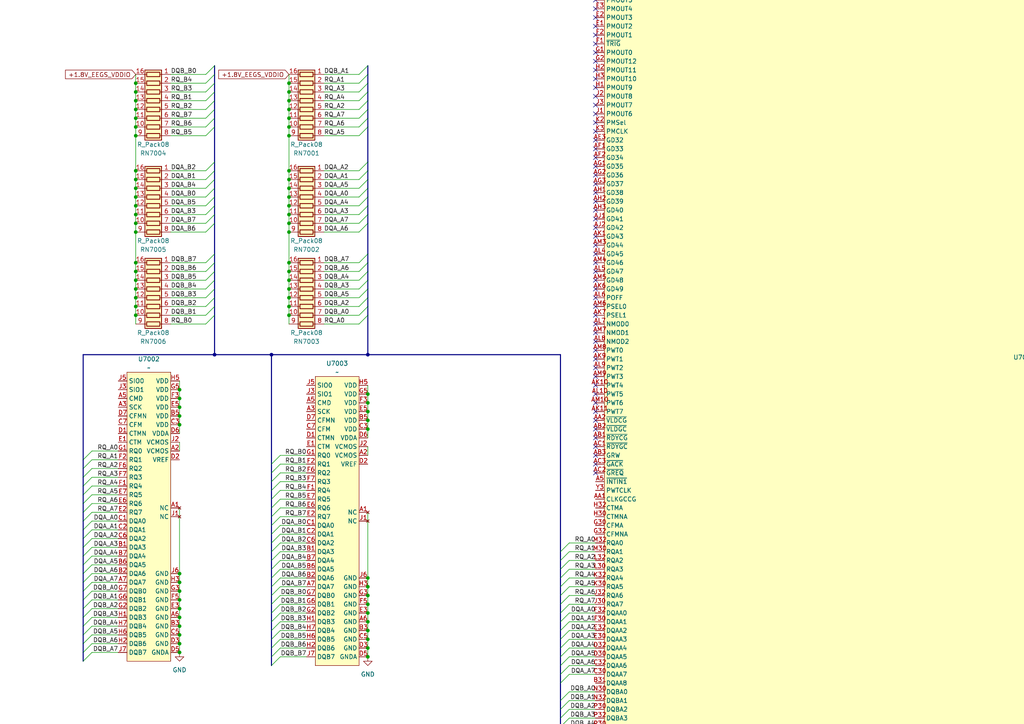
<source format=kicad_sch>
(kicad_sch (version 20231120) (generator "eeschema") (generator_version "8.0")
  (paper "A4")
  (junction (at 52.07 184.15))
  (junction (at 39.37 24.13))
  (junction (at 438.15 275.59))
  (junction (at 415.29 275.59))
  (junction (at 52.07 176.53))
  (junction (at 405.13 275.59))
  (junction (at 326.39 275.59))
  (junction (at 288.29 275.59))
  (junction (at 471.17 275.59))
  (junction (at 402.59 275.59))
  (junction (at 361.95 275.59))
  (junction (at 83.82 57.15))
  (junction (at 293.37 -80.01))
  (junction (at 538.48 223.52))
  (junction (at 351.79 -80.01))
  (junction (at 466.09 -80.01))
  (junction (at 382.27 275.59))
  (junction (at 458.47 275.59))
  (junction (at 189.23 -80.01))
  (junction (at 298.45 -80.01))
  (junction (at 194.31 -80.01))
  (junction (at 196.85 -80.01))
  (junction (at 273.05 -80.01))
  (junction (at 39.37 76.2))
  (junction (at 39.37 57.15))
  (junction (at 242.57 275.59))
  (junction (at 222.25 -80.01))
  (junction (at 364.49 275.59))
  (junction (at 201.93 -80.01))
  (junction (at 308.61 -80.01))
  (junction (at 106.68 121.92))
  (junction (at 501.65 275.59))
  (junction (at 106.68 114.3))
  (junction (at 425.45 275.59))
  (junction (at 496.57 275.59))
  (junction (at 245.11 275.59))
  (junction (at 538.48 215.9))
  (junction (at 83.82 64.77))
  (junction (at 461.01 275.59))
  (junction (at 83.82 59.69))
  (junction (at 374.65 275.59))
  (junction (at 39.37 39.37))
  (junction (at 267.97 275.59))
  (junction (at 255.27 275.59))
  (junction (at 488.95 275.59))
  (junction (at 199.39 -80.01))
  (junction (at 538.48 228.6))
  (junction (at 191.77 -80.01))
  (junction (at 433.07 275.59))
  (junction (at 265.43 -80.01))
  (junction (at 212.09 -80.01))
  (junction (at 445.77 -80.01))
  (junction (at 468.63 275.59))
  (junction (at 52.07 118.11))
  (junction (at 455.93 275.59))
  (junction (at 367.03 -80.01))
  (junction (at 303.53 275.59))
  (junction (at 384.81 -80.01))
  (junction (at 538.48 200.66))
  (junction (at 374.65 -80.01))
  (junction (at 538.48 208.28))
  (junction (at 336.55 -80.01))
  (junction (at 316.23 275.59))
  (junction (at 250.19 -80.01))
  (junction (at 538.48 238.76))
  (junction (at 270.51 -80.01))
  (junction (at 394.97 275.59))
  (junction (at 377.19 -80.01))
  (junction (at 52.07 115.57))
  (junction (at 509.27 275.59))
  (junction (at 538.48 231.14))
  (junction (at 234.95 275.59))
  (junction (at 262.89 -80.01))
  (junction (at 39.37 64.77))
  (junction (at 334.01 -80.01))
  (junction (at 252.73 -80.01))
  (junction (at 372.11 -80.01))
  (junction (at 207.01 -80.01))
  (junction (at 39.37 34.29))
  (junction (at 106.68 180.34))
  (junction (at 52.07 189.23))
  (junction (at 318.77 275.59))
  (junction (at 39.37 59.69))
  (junction (at 52.07 181.61))
  (junction (at 303.53 -80.01))
  (junction (at 83.82 67.31))
  (junction (at 538.48 261.62))
  (junction (at 247.65 275.59))
  (junction (at 62.23 102.87))
  (junction (at 538.48 254))
  (junction (at 379.73 275.59))
  (junction (at 83.82 24.13))
  (junction (at 466.09 275.59))
  (junction (at 237.49 -80.01))
  (junction (at 435.61 275.59))
  (junction (at 538.48 266.7))
  (junction (at 83.82 36.83))
  (junction (at 361.95 -80.01))
  (junction (at 511.81 275.59))
  (junction (at 275.59 275.59))
  (junction (at 422.91 -80.01))
  (junction (at 499.11 275.59))
  (junction (at 283.21 -80.01))
  (junction (at 240.03 -80.01))
  (junction (at 39.37 62.23))
  (junction (at 262.89 275.59))
  (junction (at 397.51 -80.01))
  (junction (at 339.09 -80.01))
  (junction (at 39.37 81.28))
  (junction (at 240.03 275.59))
  (junction (at 538.48 269.24))
  (junction (at 473.71 275.59))
  (junction (at 242.57 -80.01))
  (junction (at 420.37 275.59))
  (junction (at 106.68 187.96))
  (junction (at 486.41 275.59))
  (junction (at 364.49 -80.01))
  (junction (at 306.07 275.59))
  (junction (at 506.73 275.59))
  (junction (at 377.19 275.59))
  (junction (at 229.87 -80.01))
  (junction (at 473.71 -80.01))
  (junction (at 39.37 86.36))
  (junction (at 354.33 275.59))
  (junction (at 106.68 102.87))
  (junction (at 476.25 -80.01))
  (junction (at 382.27 -80.01))
  (junction (at 214.63 -80.01))
  (junction (at 417.83 275.59))
  (junction (at 400.05 -80.01))
  (junction (at 387.35 275.59))
  (junction (at 349.25 275.59))
  (junction (at 346.71 -80.01))
  (junction (at 379.73 -80.01))
  (junction (at 52.07 166.37))
  (junction (at 39.37 67.31))
  (junction (at 455.93 -80.01))
  (junction (at 538.48 275.59))
  (junction (at 425.45 -80.01))
  (junction (at 280.67 275.59))
  (junction (at 257.81 -80.01))
  (junction (at 443.23 -80.01))
  (junction (at 494.03 275.59))
  (junction (at 83.82 29.21))
  (junction (at 478.79 275.59))
  (junction (at 106.68 185.42))
  (junction (at 52.07 120.65))
  (junction (at 483.87 275.59))
  (junction (at 538.48 205.74))
  (junction (at 106.68 190.5))
  (junction (at 514.35 275.59))
  (junction (at 318.77 -80.01))
  (junction (at 83.82 91.44))
  (junction (at 300.99 275.59))
  (junction (at 372.11 275.59))
  (junction (at 83.82 54.61))
  (junction (at 106.68 170.18))
  (junction (at 39.37 26.67))
  (junction (at 463.55 275.59))
  (junction (at 538.48 259.08))
  (junction (at 412.75 275.59))
  (junction (at 313.69 275.59))
  (junction (at 341.63 275.59))
  (junction (at 438.15 -80.01))
  (junction (at 521.97 275.59))
  (junction (at 435.61 -80.01))
  (junction (at 275.59 -80.01))
  (junction (at 293.37 275.59))
  (junction (at 106.68 177.8))
  (junction (at 83.82 76.2))
  (junction (at 471.17 -80.01))
  (junction (at 295.91 -80.01))
  (junction (at 407.67 -80.01))
  (junction (at 83.82 31.75))
  (junction (at 106.68 116.84))
  (junction (at 106.68 119.38))
  (junction (at 538.48 226.06))
  (junction (at 538.48 198.12))
  (junction (at 339.09 275.59))
  (junction (at 316.23 -80.01))
  (junction (at 52.07 123.19))
  (junction (at 468.63 -80.01))
  (junction (at 453.39 -80.01))
  (junction (at 250.19 275.59))
  (junction (at 538.48 218.44))
  (junction (at 39.37 88.9))
  (junction (at 39.37 54.61))
  (junction (at 260.35 -80.01))
  (junction (at 422.91 275.59))
  (junction (at 589.28 78.74))
  (junction (at 217.17 -80.01))
  (junction (at 440.69 -80.01))
  (junction (at 331.47 275.59))
  (junction (at 106.68 182.88))
  (junction (at 285.75 -80.01))
  (junction (at 83.82 34.29))
  (junction (at 538.48 233.68))
  (junction (at 349.25 -80.01))
  (junction (at 265.43 275.59))
  (junction (at 313.69 -80.01))
  (junction (at 430.53 275.59))
  (junction (at 204.47 -80.01))
  (junction (at 445.77 275.59))
  (junction (at 392.43 -80.01))
  (junction (at 298.45 275.59))
  (junction (at 400.05 275.59))
  (junction (at 341.63 -80.01))
  (junction (at 402.59 -80.01))
  (junction (at 491.49 275.59))
  (junction (at 392.43 275.59))
  (junction (at 328.93 275.59))
  (junction (at 344.17 275.59))
  (junction (at 209.55 -80.01))
  (junction (at 52.07 173.99))
  (junction (at 52.07 113.03))
  (junction (at 308.61 275.59))
  (junction (at 106.68 172.72))
  (junction (at 359.41 275.59))
  (junction (at 323.85 -80.01))
  (junction (at 78.74 102.87))
  (junction (at 267.97 -80.01))
  (junction (at 481.33 275.59))
  (junction (at 519.43 275.59))
  (junction (at 295.91 275.59))
  (junction (at 538.48 220.98))
  (junction (at 52.07 168.91))
  (junction (at 397.51 275.59))
  (junction (at 106.68 167.64))
  (junction (at 440.69 275.59))
  (junction (at 538.48 203.2))
  (junction (at 106.68 175.26))
  (junction (at 326.39 -80.01))
  (junction (at 356.87 275.59))
  (junction (at 394.97 -80.01))
  (junction (at 538.48 246.38))
  (junction (at 283.21 275.59))
  (junction (at 83.82 81.28))
  (junction (at 448.31 275.59))
  (junction (at 359.41 -80.01))
  (junction (at 39.37 52.07))
  (junction (at 504.19 275.59))
  (junction (at 369.57 -80.01))
  (junction (at 232.41 -80.01))
  (junction (at 39.37 36.83))
  (junction (at 351.79 275.59))
  (junction (at 453.39 275.59))
  (junction (at 39.37 83.82))
  (junction (at 257.81 275.59))
  (junction (at 448.31 -80.01))
  (junction (at 270.51 275.59))
  (junction (at 443.23 275.59))
  (junction (at 538.48 241.3))
  (junction (at 476.25 275.59))
  (junction (at 39.37 31.75))
  (junction (at 161.29 -87.63))
  (junction (at 52.07 171.45))
  (junction (at 83.82 86.36))
  (junction (at 410.21 275.59))
  (junction (at 278.13 275.59))
  (junction (at 83.82 83.82))
  (junction (at 405.13 -80.01))
  (junction (at 346.71 275.59))
  (junction (at 311.15 -80.01))
  (junction (at 328.93 -80.01))
  (junction (at 39.37 78.74))
  (junction (at 285.75 275.59))
  (junction (at 290.83 275.59))
  (junction (at 538.48 213.36))
  (junction (at 224.79 -80.01))
  (junction (at 538.48 256.54))
  (junction (at 52.07 179.07))
  (junction (at 306.07 -80.01))
  (junction (at 538.48 251.46))
  (junction (at 39.37 29.21))
  (junction (at 384.81 275.59))
  (junction (at 311.15 275.59))
  (junction (at 538.48 264.16))
  (junction (at 450.85 275.59))
  (junction (at 52.07 186.69))
  (junction (at 255.27 -80.01))
  (junction (at 83.82 78.74))
  (junction (at 237.49 275.59))
  (junction (at 252.73 275.59))
  (junction (at 524.51 275.59))
  (junction (at 321.31 -80.01))
  (junction (at 367.03 275.59))
  (junction (at 458.47 -80.01))
  (junction (at 389.89 275.59))
  (junction (at 420.37 -80.01))
  (junction (at 450.85 -80.01))
  (junction (at 354.33 -80.01))
  (junction (at 106.68 124.46))
  (junction (at 260.35 275.59))
  (junction (at 321.31 275.59))
  (junction (at 331.47 -80.01))
  (junction (at 219.71 -80.01))
  (junction (at 336.55 275.59))
  (junction (at 39.37 91.44))
  (junction (at 234.95 -80.01))
  (junction (at 245.11 -80.01))
  (junction (at 356.87 -80.01))
  (junction (at 39.37 49.53))
  (junction (at 280.67 -80.01))
  (junction (at 83.82 88.9))
  (junction (at 538.48 243.84))
  (junction (at 334.01 275.59))
  (junction (at 300.99 -80.01))
  (junction (at 83.82 49.53))
  (junction (at 369.57 275.59))
  (junction (at 83.82 39.37))
  (junction (at 344.17 -80.01))
  (junction (at 227.33 -80.01))
  (junction (at 83.82 52.07))
  (junction (at 247.65 -80.01))
  (junction (at 427.99 275.59))
  (junction (at 83.82 26.67))
  (junction (at 273.05 275.59))
  (junction (at 83.82 62.23))
  (junction (at 323.85 275.59))
  (junction (at 516.89 275.59))
  (junction (at 407.67 275.59))
  (junction (at 427.99 -80.01))
  (junction (at 538.48 236.22))
  (junction (at 538.48 248.92))
  (junction (at 278.13 -80.01))
  (junction (at 538.48 210.82))
  (no_connect (at 172.72 17.78))
  (no_connect (at 172.72 106.68))
  (no_connect (at 172.72 88.9))
  (no_connect (at 172.72 -20.32))
  (no_connect (at 172.72 116.84))
  (no_connect (at 172.72 22.86))
  (no_connect (at 172.72 -40.64))
  (no_connect (at 172.72 114.3))
  (no_connect (at 172.72 -7.62))
  (no_connect (at 172.72 7.62))
  (no_connect (at 172.72 -2.54))
  (no_connect (at 172.72 45.72))
  (no_connect (at 172.72 43.18))
  (no_connect (at 172.72 137.16))
  (no_connect (at 172.72 12.7))
  (no_connect (at 172.72 38.1))
  (no_connect (at 172.72 73.66))
  (no_connect (at 172.72 111.76))
  (no_connect (at 172.72 5.08))
  (no_connect (at 172.72 96.52))
  (no_connect (at 172.72 81.28))
  (no_connect (at 172.72 58.42))
  (no_connect (at 172.72 -10.16))
  (no_connect (at 172.72 -43.18))
  (no_connect (at 172.72 124.46))
  (no_connect (at 172.72 25.4))
  (no_connect (at 172.72 40.64))
  (no_connect (at 172.72 30.48))
  (no_connect (at 172.72 -12.7))
  (no_connect (at 172.72 -22.86))
  (no_connect (at 172.72 86.36))
  (no_connect (at 172.72 127))
  (no_connect (at 172.72 35.56))
  (no_connect (at 172.72 -45.72))
  (no_connect (at 538.48 96.52))
  (no_connect (at 172.72 -5.08))
  (no_connect (at 172.72 76.2))
  (no_connect (at 172.72 -25.4))
  (no_connect (at 172.72 27.94))
  (no_connect (at 172.72 83.82))
  (no_connect (at 172.72 63.5))
  (no_connect (at 172.72 71.12))
  (no_connect (at 172.72 -15.24))
  (no_connect (at 172.72 134.62))
  (no_connect (at 172.72 -17.78))
  (no_connect (at 172.72 0))
  (no_connect (at 172.72 53.34))
  (no_connect (at 172.72 48.26))
  (no_connect (at 172.72 109.22))
  (no_connect (at 172.72 -38.1))
  (no_connect (at 172.72 104.14))
  (no_connect (at 172.72 -30.48))
  (no_connect (at 172.72 132.08))
  (no_connect (at 172.72 119.38))
  (no_connect (at 172.72 66.04))
  (no_connect (at 172.72 20.32))
  (no_connect (at 172.72 50.8))
  (no_connect (at 172.72 91.44))
  (no_connect (at 172.72 129.54))
  (no_connect (at 172.72 33.02))
  (no_connect (at 172.72 55.88))
  (no_connect (at 172.72 -33.02))
  (no_connect (at 172.72 60.96))
  (no_connect (at 172.72 101.6))
  (no_connect (at 172.72 93.98))
  (no_connect (at 172.72 121.92))
  (no_connect (at 172.72 2.54))
  (no_connect (at 172.72 78.74))
  (no_connect (at 172.72 10.16))
  (no_connect (at 172.72 -35.56))
  (no_connect (at 172.72 99.06))
  (no_connect (at 172.72 -27.94))
  (no_connect (at 172.72 15.24))
  (no_connect (at 172.72 68.58))
  (bus_entry (at 165.1 269.24) (size -2.54 2.54))
  (bus_entry (at 106.68 24.13) (size -2.54 2.54))
  (bus_entry (at 62.23 83.82) (size -2.54 2.54))
  (bus_entry (at 165.1 251.46) (size -2.54 2.54))
  (bus_entry (at 81.28 172.72) (size -2.54 2.54))
  (bus_entry (at 186.69 283.21) (size 2.54 2.54))
  (bus_entry (at 26.67 179.07) (size -2.54 2.54))
  (bus_entry (at 26.67 156.21) (size -2.54 2.54))
  (bus_entry (at 165.1 175.26) (size -2.54 2.54))
  (bus_entry (at 81.28 144.78) (size -2.54 2.54))
  (bus_entry (at 26.67 176.53) (size -2.54 2.54))
  (bus_entry (at 204.47 283.21) (size 2.54 2.54))
  (bus_entry (at 26.67 186.69) (size -2.54 2.54))
  (bus_entry (at 26.67 163.83) (size -2.54 2.54))
  (bus_entry (at 26.67 158.75) (size -2.54 2.54))
  (bus_entry (at 191.77 283.21) (size 2.54 2.54))
  (bus_entry (at 26.67 153.67) (size -2.54 2.54))
  (bus_entry (at 26.67 173.99) (size -2.54 2.54))
  (bus_entry (at 106.68 49.53) (size -2.54 2.54))
  (bus_entry (at 81.28 149.86) (size -2.54 2.54))
  (bus_entry (at 165.1 203.2) (size -2.54 2.54))
  (bus_entry (at 81.28 162.56) (size -2.54 2.54))
  (bus_entry (at 196.85 283.21) (size 2.54 2.54))
  (bus_entry (at 106.68 59.69) (size -2.54 2.54))
  (bus_entry (at 81.28 165.1) (size -2.54 2.54))
  (bus_entry (at 26.67 189.23) (size -2.54 2.54))
  (bus_entry (at 26.67 166.37) (size -2.54 2.54))
  (bus_entry (at 165.1 172.72) (size -2.54 2.54))
  (bus_entry (at 62.23 21.59) (size -2.54 2.54))
  (bus_entry (at 199.39 283.21) (size 2.54 2.54))
  (bus_entry (at 165.1 180.34) (size -2.54 2.54))
  (bus_entry (at 165.1 167.64) (size -2.54 2.54))
  (bus_entry (at 165.1 241.3) (size -2.54 2.54))
  (bus_entry (at 165.1 264.16) (size -2.54 2.54))
  (bus_entry (at 81.28 157.48) (size -2.54 2.54))
  (bus_entry (at 106.68 36.83) (size -2.54 2.54))
  (bus_entry (at 165.1 165.1) (size -2.54 2.54))
  (bus_entry (at 81.28 190.5) (size -2.54 2.54))
  (bus_entry (at 165.1 213.36) (size -2.54 2.54))
  (bus_entry (at 81.28 142.24) (size -2.54 2.54))
  (bus_entry (at 106.68 19.05) (size -2.54 2.54))
  (bus_entry (at 165.1 200.66) (size -2.54 2.54))
  (bus_entry (at 165.1 215.9) (size -2.54 2.54))
  (bus_entry (at 165.1 187.96) (size -2.54 2.54))
  (bus_entry (at 62.23 81.28) (size -2.54 2.54))
  (bus_entry (at 106.68 91.44) (size -2.54 2.54))
  (bus_entry (at 62.23 64.77) (size -2.54 2.54))
  (bus_entry (at 106.68 46.99) (size -2.54 2.54))
  (bus_entry (at 26.67 135.89) (size -2.54 2.54))
  (bus_entry (at 165.1 259.08) (size -2.54 2.54))
  (bus_entry (at 62.23 86.36) (size -2.54 2.54))
  (bus_entry (at 165.1 218.44) (size -2.54 2.54))
  (bus_entry (at 62.23 34.29) (size -2.54 2.54))
  (bus_entry (at 81.28 160.02) (size -2.54 2.54))
  (bus_entry (at 81.28 180.34) (size -2.54 2.54))
  (bus_entry (at 81.28 182.88) (size -2.54 2.54))
  (bus_entry (at 62.23 36.83) (size -2.54 2.54))
  (bus_entry (at 165.1 254) (size -2.54 2.54))
  (bus_entry (at 81.28 175.26) (size -2.54 2.54))
  (bus_entry (at 62.23 52.07) (size -2.54 2.54))
  (bus_entry (at 106.68 76.2) (size -2.54 2.54))
  (bus_entry (at 62.23 88.9) (size -2.54 2.54))
  (bus_entry (at 62.23 19.05) (size -2.54 2.54))
  (bus_entry (at 207.01 283.21) (size 2.54 2.54))
  (bus_entry (at 62.23 24.13) (size -2.54 2.54))
  (bus_entry (at 81.28 187.96) (size -2.54 2.54))
  (bus_entry (at 81.28 185.42) (size -2.54 2.54))
  (bus_entry (at 26.67 171.45) (size -2.54 2.54))
  (bus_entry (at 106.68 62.23) (size -2.54 2.54))
  (bus_entry (at 62.23 57.15) (size -2.54 2.54))
  (bus_entry (at 189.23 283.21) (size 2.54 2.54))
  (bus_entry (at 106.68 83.82) (size -2.54 2.54))
  (bus_entry (at 81.28 170.18) (size -2.54 2.54))
  (bus_entry (at 214.63 283.21) (size 2.54 2.54))
  (bus_entry (at 62.23 29.21) (size -2.54 2.54))
  (bus_entry (at 81.28 147.32) (size -2.54 2.54))
  (bus_entry (at 62.23 46.99) (size -2.54 2.54))
  (bus_entry (at 165.1 157.48) (size -2.54 2.54))
  (bus_entry (at 165.1 193.04) (size -2.54 2.54))
  (bus_entry (at 165.1 256.54) (size -2.54 2.54))
  (bus_entry (at 106.68 86.36) (size -2.54 2.54))
  (bus_entry (at 106.68 52.07) (size -2.54 2.54))
  (bus_entry (at 81.28 132.08) (size -2.54 2.54))
  (bus_entry (at 26.67 148.59) (size -2.54 2.54))
  (bus_entry (at 165.1 243.84) (size -2.54 2.54))
  (bus_entry (at 106.68 81.28) (size -2.54 2.54))
  (bus_entry (at 81.28 177.8) (size -2.54 2.54))
  (bus_entry (at 62.23 78.74) (size -2.54 2.54))
  (bus_entry (at 26.67 181.61) (size -2.54 2.54))
  (bus_entry (at 165.1 261.62) (size -2.54 2.54))
  (bus_entry (at 165.1 195.58) (size -2.54 2.54))
  (bus_entry (at 62.23 54.61) (size -2.54 2.54))
  (bus_entry (at 106.68 73.66) (size -2.54 2.54))
  (bus_entry (at 62.23 73.66) (size -2.54 2.54))
  (bus_entry (at 212.09 283.21) (size 2.54 2.54))
  (bus_entry (at 106.68 88.9) (size -2.54 2.54))
  (bus_entry (at 165.1 208.28) (size -2.54 2.54))
  (bus_entry (at 165.1 185.42) (size -2.54 2.54))
  (bus_entry (at 106.68 21.59) (size -2.54 2.54))
  (bus_entry (at 81.28 167.64) (size -2.54 2.54))
  (bus_entry (at 165.1 162.56) (size -2.54 2.54))
  (bus_entry (at 26.67 184.15) (size -2.54 2.54))
  (bus_entry (at 62.23 31.75) (size -2.54 2.54))
  (bus_entry (at 26.67 130.81) (size -2.54 2.54))
  (bus_entry (at 26.67 151.13) (size -2.54 2.54))
  (bus_entry (at 165.1 205.74) (size -2.54 2.54))
  (bus_entry (at 165.1 160.02) (size -2.54 2.54))
  (bus_entry (at 81.28 137.16) (size -2.54 2.54))
  (bus_entry (at 106.68 54.61) (size -2.54 2.54))
  (bus_entry (at 81.28 139.7) (size -2.54 2.54))
  (bus_entry (at 106.68 57.15) (size -2.54 2.54))
  (bus_entry (at 62.23 59.69) (size -2.54 2.54))
  (bus_entry (at 26.67 138.43) (size -2.54 2.54))
  (bus_entry (at 26.67 146.05) (size -2.54 2.54))
  (bus_entry (at 62.23 91.44) (size -2.54 2.54))
  (bus_entry (at 165.1 177.8) (size -2.54 2.54))
  (bus_entry (at 165.1 190.5) (size -2.54 2.54))
  (bus_entry (at 165.1 238.76) (size -2.54 2.54))
  (bus_entry (at 26.67 161.29) (size -2.54 2.54))
  (bus_entry (at 106.68 26.67) (size -2.54 2.54))
  (bus_entry (at 62.23 49.53) (size -2.54 2.54))
  (bus_entry (at 106.68 78.74) (size -2.54 2.54))
  (bus_entry (at 26.67 133.35) (size -2.54 2.54))
  (bus_entry (at 62.23 62.23) (size -2.54 2.54))
  (bus_entry (at 26.67 140.97) (size -2.54 2.54))
  (bus_entry (at 81.28 152.4) (size -2.54 2.54))
  (bus_entry (at 81.28 134.62) (size -2.54 2.54))
  (bus_entry (at 81.28 154.94) (size -2.54 2.54))
  (bus_entry (at 165.1 248.92) (size -2.54 2.54))
  (bus_entry (at 209.55 283.21) (size 2.54 2.54))
  (bus_entry (at 26.67 168.91) (size -2.54 2.54))
  (bus_entry (at 106.68 34.29) (size -2.54 2.54))
  (bus_entry (at 165.1 182.88) (size -2.54 2.54))
  (bus_entry (at 106.68 31.75) (size -2.54 2.54))
  (bus_entry (at 165.1 170.18) (size -2.54 2.54))
  (bus_entry (at 201.93 283.21) (size 2.54 2.54))
  (bus_entry (at 165.1 266.7) (size -2.54 2.54))
  (bus_entry (at 26.67 143.51) (size -2.54 2.54))
  (bus_entry (at 165.1 246.38) (size -2.54 2.54))
  (bus_entry (at 106.68 64.77) (size -2.54 2.54))
  (bus_entry (at 106.68 29.21) (size -2.54 2.54))
  (bus_entry (at 165.1 210.82) (size -2.54 2.54))
  (bus_entry (at 62.23 76.2) (size -2.54 2.54))
  (bus_entry (at 62.23 26.67) (size -2.54 2.54))
  (wire (pts (xy 318.77 275.59) (xy 321.31 275.59)))
  (wire (pts (xy 553.72 -95.25) (xy 553.72 -53.34)))
  (bus (pts (xy 106.68 64.77) (xy 106.68 73.66)))
  (wire (pts (xy 165.1 259.08) (xy 172.72 259.08)))
  (wire (pts (xy 303.53 -80.01) (xy 306.07 -80.01)))
  (bus (pts (xy 78.74 190.5) (xy 78.74 193.04)))
  (wire (pts (xy 300.99 -80.01) (xy 303.53 -80.01)))
  (wire (pts (xy 52.07 113.03) (xy 52.07 115.57)))
  (wire (pts (xy 165.1 180.34) (xy 172.72 180.34)))
  (wire (pts (xy 39.37 54.61) (xy 39.37 57.15)))
  (wire (pts (xy 420.37 275.59) (xy 422.91 275.59)))
  (wire (pts (xy 232.41 -80.01) (xy 234.95 -80.01)))
  (wire (pts (xy 165.1 177.8) (xy 172.72 177.8)))
  (wire (pts (xy 237.49 275.59) (xy 240.03 275.59)))
  (bus (pts (xy 78.74 162.56) (xy 78.74 165.1)))
  (wire (pts (xy 26.67 138.43) (xy 34.29 138.43)))
  (wire (pts (xy 565.15 -40.64) (xy 565.15 -80.01)))
  (wire (pts (xy 165.1 165.1) (xy 172.72 165.1)))
  (wire (pts (xy 415.29 275.59) (xy 417.83 275.59)))
  (wire (pts (xy 106.68 111.76) (xy 106.68 114.3)))
  (wire (pts (xy 321.31 275.59) (xy 323.85 275.59)))
  (bus (pts (xy 78.74 144.78) (xy 78.74 147.32)))
  (wire (pts (xy 514.35 275.59) (xy 516.89 275.59)))
  (wire (pts (xy 331.47 -80.01) (xy 334.01 -80.01)))
  (wire (pts (xy 516.89 -80.01) (xy 516.89 -124.46)))
  (bus (pts (xy 217.17 285.75) (xy 214.63 285.75)))
  (wire (pts (xy 468.63 275.59) (xy 471.17 275.59)))
  (bus (pts (xy 162.56 285.75) (xy 162.56 271.78)))
  (wire (pts (xy 586.74 -35.56) (xy 538.48 -35.56)))
  (bus (pts (xy 62.23 76.2) (xy 62.23 78.74)))
  (wire (pts (xy 81.28 185.42) (xy 88.9 185.42)))
  (wire (pts (xy 473.71 -100.33) (xy 496.57 -100.33)))
  (wire (pts (xy 93.98 52.07) (xy 104.14 52.07)))
  (wire (pts (xy 191.77 283.21) (xy 191.77 275.59)))
  (wire (pts (xy 39.37 52.07) (xy 39.37 54.61)))
  (wire (pts (xy 443.23 -80.01) (xy 445.77 -80.01)))
  (wire (pts (xy 165.1 200.66) (xy 172.72 200.66)))
  (bus (pts (xy 162.56 180.34) (xy 162.56 177.8)))
  (wire (pts (xy 516.89 -134.62) (xy 543.56 -134.62)))
  (bus (pts (xy 24.13 163.83) (xy 24.13 166.37)))
  (wire (pts (xy 255.27 275.59) (xy 257.81 275.59)))
  (bus (pts (xy 62.23 21.59) (xy 62.23 24.13)))
  (wire (pts (xy 290.83 -80.01) (xy 293.37 -80.01)))
  (wire (pts (xy 607.06 -17.78) (xy 607.06 -2.54)))
  (bus (pts (xy 24.13 186.69) (xy 24.13 189.23)))
  (wire (pts (xy 372.11 -80.01) (xy 374.65 -80.01)))
  (wire (pts (xy 165.1 172.72) (xy 172.72 172.72)))
  (wire (pts (xy 81.28 149.86) (xy 88.9 149.86)))
  (bus (pts (xy 24.13 143.51) (xy 24.13 146.05)))
  (wire (pts (xy 364.49 275.59) (xy 367.03 275.59)))
  (bus (pts (xy 162.56 203.2) (xy 162.56 198.12)))
  (wire (pts (xy 154.94 -58.42) (xy 172.72 -58.42)))
  (wire (pts (xy 83.82 29.21) (xy 83.82 31.75)))
  (wire (pts (xy 52.07 120.65) (xy 52.07 123.19)))
  (wire (pts (xy 288.29 275.59) (xy 290.83 275.59)))
  (bus (pts (xy 24.13 138.43) (xy 24.13 140.97)))
  (wire (pts (xy 609.6 -12.7) (xy 538.48 -12.7)))
  (wire (pts (xy 214.63 -80.01) (xy 217.17 -80.01)))
  (wire (pts (xy 351.79 -80.01) (xy 354.33 -80.01)))
  (wire (pts (xy 267.97 -80.01) (xy 270.51 -80.01)))
  (wire (pts (xy 49.53 24.13) (xy 59.69 24.13)))
  (bus (pts (xy 62.23 29.21) (xy 62.23 31.75)))
  (wire (pts (xy 262.89 275.59) (xy 265.43 275.59)))
  (wire (pts (xy 224.79 -80.01) (xy 227.33 -80.01)))
  (wire (pts (xy 212.09 -80.01) (xy 214.63 -80.01)))
  (bus (pts (xy 78.74 137.16) (xy 78.74 139.7)))
  (wire (pts (xy 483.87 -116.84) (xy 506.73 -116.84)))
  (wire (pts (xy 93.98 36.83) (xy 104.14 36.83)))
  (wire (pts (xy 39.37 57.15) (xy 39.37 59.69)))
  (bus (pts (xy 24.13 146.05) (xy 24.13 148.59)))
  (wire (pts (xy 154.94 -50.8) (xy 172.72 -50.8)))
  (wire (pts (xy 445.77 275.59) (xy 448.31 275.59)))
  (bus (pts (xy 78.74 154.94) (xy 78.74 157.48)))
  (wire (pts (xy 81.28 134.62) (xy 88.9 134.62)))
  (bus (pts (xy 162.56 243.84) (xy 162.56 241.3)))
  (wire (pts (xy 607.06 -2.54) (xy 538.48 -2.54)))
  (bus (pts (xy 162.56 259.08) (xy 162.56 256.54)))
  (wire (pts (xy 476.25 -80.01) (xy 478.79 -80.01)))
  (bus (pts (xy 106.68 81.28) (xy 106.68 83.82)))
  (wire (pts (xy 562.61 -80.01) (xy 562.61 -43.18)))
  (bus (pts (xy 62.23 26.67) (xy 62.23 29.21)))
  (wire (pts (xy 438.15 275.59) (xy 440.69 275.59)))
  (wire (pts (xy 538.48 205.74) (xy 538.48 208.28)))
  (wire (pts (xy 201.93 283.21) (xy 201.93 275.59)))
  (wire (pts (xy 538.48 -20.32) (xy 594.36 -20.32)))
  (bus (pts (xy 62.23 52.07) (xy 62.23 54.61)))
  (bus (pts (xy 214.63 285.75) (xy 212.09 285.75)))
  (wire (pts (xy 39.37 21.59) (xy 39.37 24.13)))
  (bus (pts (xy 162.56 269.24) (xy 162.56 266.7)))
  (wire (pts (xy 49.53 59.69) (xy 59.69 59.69)))
  (wire (pts (xy 250.19 -80.01) (xy 252.73 -80.01)))
  (wire (pts (xy 49.53 64.77) (xy 59.69 64.77)))
  (wire (pts (xy 273.05 275.59) (xy 275.59 275.59)))
  (wire (pts (xy 49.53 39.37) (xy 59.69 39.37)))
  (wire (pts (xy 295.91 -80.01) (xy 298.45 -80.01)))
  (wire (pts (xy 278.13 -80.01) (xy 280.67 -80.01)))
  (wire (pts (xy 562.61 -43.18) (xy 538.48 -43.18)))
  (wire (pts (xy 453.39 275.59) (xy 455.93 275.59)))
  (wire (pts (xy 367.03 275.59) (xy 369.57 275.59)))
  (wire (pts (xy 285.75 -80.01) (xy 288.29 -80.01)))
  (bus (pts (xy 106.68 34.29) (xy 106.68 36.83)))
  (wire (pts (xy 186.69 -80.01) (xy 189.23 -80.01)))
  (wire (pts (xy 242.57 275.59) (xy 245.11 275.59)))
  (wire (pts (xy 397.51 -80.01) (xy 400.05 -80.01)))
  (wire (pts (xy 93.98 64.77) (xy 104.14 64.77)))
  (wire (pts (xy 551.18 -38.1) (xy 538.48 -38.1)))
  (wire (pts (xy 81.28 172.72) (xy 88.9 172.72)))
  (bus (pts (xy 24.13 173.99) (xy 24.13 176.53)))
  (bus (pts (xy 78.74 147.32) (xy 78.74 149.86)))
  (wire (pts (xy 49.53 78.74) (xy 59.69 78.74)))
  (wire (pts (xy 49.53 36.83) (xy 59.69 36.83)))
  (wire (pts (xy 165.1 170.18) (xy 172.72 170.18)))
  (bus (pts (xy 162.56 175.26) (xy 162.56 172.72)))
  (wire (pts (xy 538.48 233.68) (xy 538.48 236.22)))
  (wire (pts (xy 596.9 -27.94) (xy 538.48 -27.94)))
  (wire (pts (xy 106.68 116.84) (xy 106.68 119.38)))
  (wire (pts (xy 473.71 275.59) (xy 476.25 275.59)))
  (wire (pts (xy 49.53 29.21) (xy 59.69 29.21)))
  (wire (pts (xy 252.73 -80.01) (xy 255.27 -80.01)))
  (bus (pts (xy 106.68 19.05) (xy 106.68 21.59)))
  (wire (pts (xy 49.53 52.07) (xy 59.69 52.07)))
  (wire (pts (xy 83.82 21.59) (xy 83.82 24.13)))
  (wire (pts (xy 354.33 -80.01) (xy 356.87 -80.01)))
  (wire (pts (xy 49.53 93.98) (xy 59.69 93.98)))
  (wire (pts (xy 511.81 -80.01) (xy 511.81 -124.46)))
  (wire (pts (xy 308.61 -80.01) (xy 311.15 -80.01)))
  (wire (pts (xy 161.29 -80.01) (xy 161.29 -53.34)))
  (wire (pts (xy 26.67 146.05) (xy 34.29 146.05)))
  (wire (pts (xy 387.35 275.59) (xy 389.89 275.59)))
  (wire (pts (xy 466.09 -80.01) (xy 468.63 -80.01)))
  (bus (pts (xy 106.68 46.99) (xy 106.68 49.53)))
  (bus (pts (xy 162.56 218.44) (xy 162.56 215.9)))
  (wire (pts (xy 49.53 91.44) (xy 59.69 91.44)))
  (bus (pts (xy 199.39 285.75) (xy 194.31 285.75)))
  (wire (pts (xy 106.68 177.8) (xy 106.68 180.34)))
  (wire (pts (xy 311.15 275.59) (xy 313.69 275.59)))
  (wire (pts (xy 26.67 130.81) (xy 34.29 130.81)))
  (wire (pts (xy 83.82 54.61) (xy 83.82 57.15)))
  (wire (pts (xy 191.77 -80.01) (xy 194.31 -80.01)))
  (wire (pts (xy 543.56 -63.5) (xy 538.48 -63.5)))
  (wire (pts (xy 93.98 29.21) (xy 104.14 29.21)))
  (wire (pts (xy 384.81 -80.01) (xy 387.35 -80.01)))
  (wire (pts (xy 334.01 275.59) (xy 336.55 275.59)))
  (wire (pts (xy 83.82 57.15) (xy 83.82 59.69)))
  (wire (pts (xy 422.91 -80.01) (xy 425.45 -80.01)))
  (wire (pts (xy 524.51 275.59) (xy 538.48 275.59)))
  (wire (pts (xy 538.48 246.38) (xy 538.48 248.92)))
  (wire (pts (xy 377.19 -80.01) (xy 379.73 -80.01)))
  (bus (pts (xy 106.68 102.87) (xy 78.74 102.87)))
  (bus (pts (xy 24.13 133.35) (xy 24.13 135.89)))
  (wire (pts (xy 316.23 -80.01) (xy 318.77 -80.01)))
  (wire (pts (xy 83.82 52.07) (xy 83.82 54.61)))
  (wire (pts (xy 591.82 -17.78) (xy 538.48 -17.78)))
  (wire (pts (xy 93.98 21.59) (xy 104.14 21.59)))
  (wire (pts (xy 323.85 275.59) (xy 326.39 275.59)))
  (wire (pts (xy 326.39 -80.01) (xy 328.93 -80.01)))
  (wire (pts (xy 194.31 -80.01) (xy 196.85 -80.01)))
  (bus (pts (xy 78.74 165.1) (xy 78.74 167.64)))
  (bus (pts (xy 189.23 285.75) (xy 162.56 285.75)))
  (bus (pts (xy 78.74 139.7) (xy 78.74 142.24)))
  (wire (pts (xy 39.37 64.77) (xy 39.37 67.31)))
  (wire (pts (xy 39.37 91.44) (xy 39.37 93.98)))
  (bus (pts (xy 106.68 91.44) (xy 106.68 102.87)))
  (wire (pts (xy 496.57 -100.33) (xy 496.57 -80.01)))
  (bus (pts (xy 106.68 78.74) (xy 106.68 81.28)))
  (wire (pts (xy 165.1 215.9) (xy 172.72 215.9)))
  (wire (pts (xy 260.35 275.59) (xy 262.89 275.59)))
  (wire (pts (xy 326.39 275.59) (xy 328.93 275.59)))
  (bus (pts (xy 201.93 285.75) (xy 199.39 285.75)))
  (bus (pts (xy 62.23 88.9) (xy 62.23 91.44)))
  (wire (pts (xy 463.55 -80.01) (xy 466.09 -80.01)))
  (wire (pts (xy 359.41 -80.01) (xy 361.95 -80.01)))
  (wire (pts (xy 476.25 275.59) (xy 478.79 275.59)))
  (wire (pts (xy 165.1 254) (xy 172.72 254)))
  (bus (pts (xy 62.23 83.82) (xy 62.23 86.36)))
  (wire (pts (xy 458.47 -80.01) (xy 461.01 -80.01)))
  (wire (pts (xy 601.98 -17.78) (xy 604.52 -17.78)))
  (wire (pts (xy 39.37 31.75) (xy 39.37 34.29)))
  (wire (pts (xy 154.94 -60.96) (xy 172.72 -60.96)))
  (wire (pts (xy 165.1 241.3) (xy 172.72 241.3)))
  (bus (pts (xy 162.56 213.36) (xy 162.56 210.82)))
  (wire (pts (xy 165.1 251.46) (xy 172.72 251.46)))
  (wire (pts (xy 516.89 275.59) (xy 519.43 275.59)))
  (wire (pts (xy 273.05 -80.01) (xy 275.59 -80.01)))
  (wire (pts (xy 538.48 -58.42) (xy 572.77 -58.42)))
  (wire (pts (xy 83.82 78.74) (xy 83.82 81.28)))
  (bus (pts (xy 24.13 156.21) (xy 24.13 158.75)))
  (wire (pts (xy 83.82 34.29) (xy 83.82 36.83)))
  (wire (pts (xy 81.28 180.34) (xy 88.9 180.34)))
  (bus (pts (xy 194.31 285.75) (xy 191.77 285.75)))
  (wire (pts (xy 471.17 275.59) (xy 473.71 275.59)))
  (wire (pts (xy 372.11 275.59) (xy 374.65 275.59)))
  (wire (pts (xy 106.68 185.42) (xy 106.68 187.96)))
  (wire (pts (xy 384.81 275.59) (xy 387.35 275.59)))
  (bus (pts (xy 24.13 184.15) (xy 24.13 186.69)))
  (wire (pts (xy 483.87 -121.92) (xy 519.43 -121.92)))
  (wire (pts (xy 596.9 -40.64) (xy 596.9 -27.94)))
  (bus (pts (xy 106.68 88.9) (xy 106.68 91.44)))
  (wire (pts (xy 26.67 163.83) (xy 34.29 163.83)))
  (bus (pts (xy 62.23 86.36) (xy 62.23 88.9)))
  (wire (pts (xy 280.67 275.59) (xy 283.21 275.59)))
  (wire (pts (xy 26.67 151.13) (xy 34.29 151.13)))
  (wire (pts (xy 106.68 175.26) (xy 106.68 177.8)))
  (wire (pts (xy 234.95 -80.01) (xy 237.49 -80.01)))
  (wire (pts (xy 538.48 223.52) (xy 538.48 226.06)))
  (bus (pts (xy 24.13 161.29) (xy 24.13 163.83)))
  (wire (pts (xy 81.28 152.4) (xy 88.9 152.4)))
  (wire (pts (xy 93.98 76.2) (xy 104.14 76.2)))
  (wire (pts (xy 93.98 86.36) (xy 104.14 86.36)))
  (wire (pts (xy 538.48 236.22) (xy 538.48 238.76)))
  (wire (pts (xy 488.95 275.59) (xy 491.49 275.59)))
  (wire (pts (xy 217.17 -80.01) (xy 219.71 -80.01)))
  (wire (pts (xy 538.48 215.9) (xy 538.48 218.44)))
  (wire (pts (xy 374.65 275.59) (xy 377.19 275.59)))
  (wire (pts (xy 26.67 135.89) (xy 34.29 135.89)))
  (wire (pts (xy 339.09 -80.01) (xy 341.63 -80.01)))
  (wire (pts (xy 157.48 -80.01) (xy 157.48 -48.26)))
  (wire (pts (xy 154.94 -63.5) (xy 172.72 -63.5)))
  (bus (pts (xy 62.23 62.23) (xy 62.23 64.77)))
  (bus (pts (xy 78.74 182.88) (xy 78.74 185.42)))
  (wire (pts (xy 382.27 275.59) (xy 384.81 275.59)))
  (wire (pts (xy 538.48 213.36) (xy 538.48 215.9)))
  (wire (pts (xy 538.48 -30.48) (xy 584.2 -30.48)))
  (bus (pts (xy 162.56 208.28) (xy 162.56 205.74)))
  (wire (pts (xy 275.59 -80.01) (xy 278.13 -80.01)))
  (wire (pts (xy 26.67 189.23) (xy 34.29 189.23)))
  (wire (pts (xy 435.61 275.59) (xy 438.15 275.59)))
  (wire (pts (xy 453.39 -80.01) (xy 455.93 -80.01)))
  (wire (pts (xy 514.35 -119.38) (xy 483.87 -119.38)))
  (wire (pts (xy 196.85 283.21) (xy 196.85 275.59)))
  (wire (pts (xy 435.61 -80.01) (xy 438.15 -80.01)))
  (wire (pts (xy 402.59 275.59) (xy 405.13 275.59)))
  (bus (pts (xy 78.74 160.02) (xy 78.74 162.56)))
  (bus (pts (xy 62.23 59.69) (xy 62.23 62.23)))
  (wire (pts (xy 321.31 -80.01) (xy 323.85 -80.01)))
  (wire (pts (xy 557.53 -80.01) (xy 557.53 -22.86)))
  (wire (pts (xy 93.98 57.15) (xy 104.14 57.15)))
  (wire (pts (xy 427.99 275.59) (xy 430.53 275.59)))
  (wire (pts (xy 389.89 275.59) (xy 392.43 275.59)))
  (wire (pts (xy 394.97 275.59) (xy 397.51 275.59)))
  (wire (pts (xy 245.11 -80.01) (xy 247.65 -80.01)))
  (wire (pts (xy 52.07 179.07) (xy 52.07 181.61)))
  (wire (pts (xy 313.69 -80.01) (xy 316.23 -80.01)))
  (wire (pts (xy 538.48 251.46) (xy 538.48 254)))
  (bus (pts (xy 62.23 57.15) (xy 62.23 59.69)))
  (wire (pts (xy 196.85 -80.01) (xy 199.39 -80.01)))
  (wire (pts (xy 81.28 160.02) (xy 88.9 160.02)))
  (wire (pts (xy 165.1 162.56) (xy 172.72 162.56)))
  (bus (pts (xy 162.56 256.54) (xy 162.56 254)))
  (bus (pts (xy 204.47 285.75) (xy 201.93 285.75)))
  (wire (pts (xy 382.27 -80.01) (xy 384.81 -80.01)))
  (wire (pts (xy 400.05 275.59) (xy 402.59 275.59)))
  (wire (pts (xy 52.07 118.11) (xy 52.07 120.65)))
  (wire (pts (xy 377.19 275.59) (xy 379.73 275.59)))
  (wire (pts (xy 420.37 -80.01) (xy 422.91 -80.01)))
  (bus (pts (xy 24.13 148.59) (xy 24.13 151.13)))
  (wire (pts (xy 351.79 275.59) (xy 354.33 275.59)))
  (wire (pts (xy 392.43 -80.01) (xy 394.97 -80.01)))
  (wire (pts (xy 52.07 128.27) (xy 52.07 130.81)))
  (wire (pts (xy 83.82 86.36) (xy 83.82 88.9)))
  (wire (pts (xy 255.27 -80.01) (xy 257.81 -80.01)))
  (wire (pts (xy 473.71 -80.01) (xy 476.25 -80.01)))
  (bus (pts (xy 62.23 36.83) (xy 62.23 46.99)))
  (wire (pts (xy 81.28 137.16) (xy 88.9 137.16)))
  (bus (pts (xy 106.68 83.82) (xy 106.68 86.36)))
  (bus (pts (xy 162.56 102.87) (xy 106.68 102.87)))
  (wire (pts (xy 594.36 -20.32) (xy 594.36 -40.64)))
  (bus (pts (xy 24.13 171.45) (xy 24.13 173.99)))
  (wire (pts (xy 39.37 24.13) (xy 39.37 26.67)))
  (bus (pts (xy 106.68 73.66) (xy 106.68 76.2)))
  (wire (pts (xy 52.07 166.37) (xy 52.07 168.91)))
  (wire (pts (xy 189.23 283.21) (xy 189.23 275.59)))
  (wire (pts (xy 344.17 -80.01) (xy 346.71 -80.01)))
  (wire (pts (xy 212.09 283.21) (xy 212.09 275.59)))
  (wire (pts (xy 538.48 -10.16) (xy 544.83 -10.16)))
  (bus (pts (xy 62.23 19.05) (xy 62.23 21.59)))
  (wire (pts (xy 584.2 -30.48) (xy 584.2 -57.15)))
  (wire (pts (xy 538.48 208.28) (xy 538.48 210.82)))
  (wire (pts (xy 538.48 -50.8) (xy 546.1 -50.8)))
  (wire (pts (xy 581.66 88.9) (xy 581.66 152.4)))
  (wire (pts (xy 538.48 275.59) (xy 538.48 269.24)))
  (bus (pts (xy 209.55 285.75) (xy 207.01 285.75)))
  (bus (pts (xy 78.74 177.8) (xy 78.74 180.34)))
  (wire (pts (xy 93.98 93.98) (xy 104.14 93.98)))
  (wire (pts (xy 570.23 -68.58) (xy 570.23 -60.96)))
  (wire (pts (xy 379.73 275.59) (xy 382.27 275.59)))
  (wire (pts (xy 49.53 26.67) (xy 59.69 26.67)))
  (wire (pts (xy 106.68 119.38) (xy 106.68 121.92)))
  (wire (pts (xy 237.49 -80.01) (xy 240.03 -80.01)))
  (wire (pts (xy 93.98 26.67) (xy 104.14 26.67)))
  (wire (pts (xy 39.37 26.67) (xy 39.37 29.21)))
  (bus (pts (xy 162.56 162.56) (xy 162.56 160.02)))
  (wire (pts (xy 323.85 -80.01) (xy 326.39 -80.01)))
  (wire (pts (xy 359.41 275.59) (xy 361.95 275.59)))
  (wire (pts (xy 52.07 110.49) (xy 52.07 113.03)))
  (wire (pts (xy 538.48 226.06) (xy 538.48 228.6)))
  (wire (pts (xy 81.28 177.8) (xy 88.9 177.8)))
  (bus (pts (xy 162.56 205.74) (xy 162.56 203.2)))
  (wire (pts (xy 165.1 213.36) (xy 172.72 213.36)))
  (wire (pts (xy 83.82 64.77) (xy 83.82 67.31)))
  (wire (pts (xy 488.95 -111.76) (xy 601.98 -111.76)))
  (wire (pts (xy 538.48 -33.02) (xy 589.28 -33.02)))
  (wire (pts (xy 26.67 186.69) (xy 34.29 186.69)))
  (wire (pts (xy 81.28 132.08) (xy 88.9 132.08)))
  (wire (pts (xy 81.28 165.1) (xy 88.9 165.1)))
  (wire (pts (xy 471.17 -80.01) (xy 473.71 -80.01)))
  (wire (pts (xy 26.67 148.59) (xy 34.29 148.59)))
  (bus (pts (xy 78.74 157.48) (xy 78.74 160.02)))
  (wire (pts (xy 481.33 275.59) (xy 483.87 275.59)))
  (wire (pts (xy 504.19 275.59) (xy 506.73 275.59)))
  (wire (pts (xy 39.37 29.21) (xy 39.37 31.75)))
  (wire (pts (xy 49.53 49.53) (xy 59.69 49.53)))
  (wire (pts (xy 341.63 275.59) (xy 344.17 275.59)))
  (wire (pts (xy 157.48 -87.63) (xy 161.29 -87.63)))
  (bus (pts (xy 78.74 149.86) (xy 78.74 152.4)))
  (wire (pts (xy 26.67 156.21) (xy 34.29 156.21)))
  (wire (pts (xy 93.98 91.44) (xy 104.14 91.44)))
  (bus (pts (xy 62.23 81.28) (xy 62.23 83.82)))
  (wire (pts (xy 49.53 31.75) (xy 59.69 31.75)))
  (wire (pts (xy 165.1 187.96) (xy 172.72 187.96)))
  (wire (pts (xy 509.27 -134.62) (xy 509.27 -80.01)))
  (wire (pts (xy 538.48 254) (xy 538.48 256.54)))
  (wire (pts (xy 81.28 157.48) (xy 88.9 157.48)))
  (bus (pts (xy 78.74 134.62) (xy 78.74 137.16)))
  (bus (pts (xy 62.23 91.44) (xy 62.23 102.87)))
  (wire (pts (xy 49.53 54.61) (xy 59.69 54.61)))
  (wire (pts (xy 412.75 275.59) (xy 415.29 275.59)))
  (wire (pts (xy 83.82 88.9) (xy 83.82 91.44)))
  (bus (pts (xy 24.13 158.75) (xy 24.13 161.29)))
  (wire (pts (xy 83.82 24.13) (xy 83.82 26.67)))
  (wire (pts (xy 407.67 -80.01) (xy 410.21 -80.01)))
  (bus (pts (xy 24.13 102.87) (xy 62.23 102.87)))
  (wire (pts (xy 240.03 275.59) (xy 242.57 275.59)))
  (wire (pts (xy 473.71 -97.79) (xy 504.19 -97.79)))
  (bus (pts (xy 162.56 271.78) (xy 162.56 269.24)))
  (wire (pts (xy 599.44 -15.24) (xy 599.44 -40.64)))
  (wire (pts (xy 39.37 62.23) (xy 39.37 64.77)))
  (bus (pts (xy 212.09 285.75) (xy 209.55 285.75)))
  (wire (pts (xy 557.53 -22.86) (xy 538.48 -22.86)))
  (wire (pts (xy 172.72 -55.88) (xy 163.83 -55.88)))
  (wire (pts (xy 83.82 39.37) (xy 83.82 49.53)))
  (wire (pts (xy 106.68 167.64) (xy 106.68 170.18)))
  (bus (pts (xy 24.13 176.53) (xy 24.13 179.07)))
  (wire (pts (xy 538.48 195.58) (xy 538.48 198.12)))
  (wire (pts (xy 165.1 185.42) (xy 172.72 185.42)))
  (wire (pts (xy 538.48 -55.88) (xy 575.31 -55.88)))
  (wire (pts (xy 609.6 -17.78) (xy 609.6 -12.7)))
  (wire (pts (xy 26.67 143.51) (xy 34.29 143.51)))
  (bus (pts (xy 162.56 251.46) (xy 162.56 248.92)))
  (wire (pts (xy 581.66 152.4) (xy 538.48 152.4)))
  (bus (pts (xy 24.13 140.97) (xy 24.13 143.51)))
  (wire (pts (xy 538.48 210.82) (xy 538.48 213.36)))
  (wire (pts (xy 83.82 31.75) (xy 83.82 34.29)))
  (wire (pts (xy 106.68 182.88) (xy 106.68 185.42)))
  (wire (pts (xy 450.85 -80.01) (xy 453.39 -80.01)))
  (bus (pts (xy 106.68 76.2) (xy 106.68 78.74)))
  (wire (pts (xy 538.48 167.64) (xy 551.18 167.64)))
  (wire (pts (xy 270.51 -80.01) (xy 273.05 -80.01)))
  (wire (pts (xy 207.01 -80.01) (xy 209.55 -80.01)))
  (wire (pts (xy 26.67 179.07) (xy 34.29 179.07)))
  (bus (pts (xy 78.74 167.64) (xy 78.74 170.18)))
  (wire (pts (xy 250.19 275.59) (xy 252.73 275.59)))
  (bus (pts (xy 106.68 52.07) (xy 106.68 54.61)))
  (wire (pts (xy 93.98 34.29) (xy 104.14 34.29)))
  (wire (pts (xy 165.1 175.26) (xy 172.72 175.26)))
  (wire (pts (xy 425.45 -80.01) (xy 427.99 -80.01)))
  (bus (pts (xy 162.56 254) (xy 162.56 251.46)))
  (wire (pts (xy 93.98 54.61) (xy 104.14 54.61)))
  (wire (pts (xy 402.59 -80.01) (xy 405.13 -80.01)))
  (bus (pts (xy 24.13 153.67) (xy 24.13 156.21)))
  (bus (pts (xy 162.56 241.3) (xy 162.56 220.98)))
  (wire (pts (xy 328.93 -80.01) (xy 331.47 -80.01)))
  (bus (pts (xy 106.68 57.15) (xy 106.68 59.69)))
  (wire (pts (xy 283.21 -80.01) (xy 285.75 -80.01)))
  (wire (pts (xy 83.82 36.83) (xy 83.82 39.37)))
  (wire (pts (xy 165.1 243.84) (xy 172.72 243.84)))
  (wire (pts (xy 49.53 88.9) (xy 59.69 88.9)))
  (wire (pts (xy 433.07 -80.01) (xy 435.61 -80.01)))
  (wire (pts (xy 458.47 275.59) (xy 461.01 275.59)))
  (wire (pts (xy 165.1 160.02) (xy 172.72 160.02)))
  (wire (pts (xy 546.1 -95.25) (xy 546.1 -50.8)))
  (wire (pts (xy 514.35 -124.46) (xy 514.35 -134.62)))
  (bus (pts (xy 24.13 181.61) (xy 24.13 184.15)))
  (wire (pts (xy 440.69 275.59) (xy 443.23 275.59)))
  (wire (pts (xy 39.37 76.2) (xy 39.37 78.74)))
  (bus (pts (xy 106.68 29.21) (xy 106.68 31.75)))
  (wire (pts (xy 165.1 203.2) (xy 172.72 203.2)))
  (wire (pts (xy 83.82 49.53) (xy 83.82 52.07)))
  (wire (pts (xy 283.21 275.59) (xy 285.75 275.59)))
  (wire (pts (xy 26.67 181.61) (xy 34.29 181.61)))
  (wire (pts (xy 52.07 115.57) (xy 52.07 118.11)))
  (wire (pts (xy 106.68 121.92) (xy 106.68 124.46)))
  (bus (pts (xy 106.68 62.23) (xy 106.68 64.77)))
  (wire (pts (xy 405.13 -80.01) (xy 407.67 -80.01)))
  (wire (pts (xy 83.82 62.23) (xy 83.82 64.77)))
  (wire (pts (xy 349.25 275.59) (xy 351.79 275.59)))
  (wire (pts (xy 293.37 275.59) (xy 295.91 275.59)))
  (wire (pts (xy 364.49 -80.01) (xy 367.03 -80.01)))
  (wire (pts (xy 400.05 -80.01) (xy 402.59 -80.01)))
  (wire (pts (xy 448.31 275.59) (xy 450.85 275.59)))
  (wire (pts (xy 577.85 -66.04) (xy 538.48 -66.04)))
  (wire (pts (xy 344.17 275.59) (xy 346.71 275.59)))
  (wire (pts (xy 334.01 -80.01) (xy 336.55 -80.01)))
  (wire (pts (xy 572.77 -58.42) (xy 572.77 -68.58)))
  (wire (pts (xy 106.68 187.96) (xy 106.68 190.5)))
  (wire (pts (xy 361.95 275.59) (xy 364.49 275.59)))
  (wire (pts (xy 392.43 275.59) (xy 394.97 275.59)))
  (wire (pts (xy 39.37 39.37) (xy 39.37 49.53)))
  (wire (pts (xy 417.83 -80.01) (xy 420.37 -80.01)))
  (wire (pts (xy 328.93 275.59) (xy 331.47 275.59)))
  (wire (pts (xy 466.09 275.59) (xy 468.63 275.59)))
  (bus (pts (xy 162.56 177.8) (xy 162.56 175.26)))
  (wire (pts (xy 290.83 275.59) (xy 293.37 275.59)))
  (wire (pts (xy 157.48 -48.26) (xy 172.72 -48.26)))
  (wire (pts (xy 49.53 21.59) (xy 59.69 21.59)))
  (wire (pts (xy 26.67 166.37) (xy 34.29 166.37)))
  (bus (pts (xy 162.56 165.1) (xy 162.56 162.56)))
  (wire (pts (xy 93.98 88.9) (xy 104.14 88.9)))
  (bus (pts (xy 207.01 285.75) (xy 204.47 285.75)))
  (wire (pts (xy 538.48 200.66) (xy 538.48 203.2)))
  (wire (pts (xy 349.25 -80.01) (xy 351.79 -80.01)))
  (bus (pts (xy 24.13 168.91) (xy 24.13 171.45)))
  (wire (pts (xy 165.1 208.28) (xy 172.72 208.28)))
  (wire (pts (xy 39.37 49.53) (xy 39.37 52.07)))
  (wire (pts (xy 52.07 176.53) (xy 52.07 179.07)))
  (wire (pts (xy 93.98 31.75) (xy 104.14 31.75)))
  (wire (pts (xy 300.99 275.59) (xy 303.53 275.59)))
  (wire (pts (xy 83.82 91.44) (xy 83.82 93.98)))
  (wire (pts (xy 369.57 275.59) (xy 372.11 275.59)))
  (wire (pts (xy 538.48 228.6) (xy 538.48 231.14)))
  (wire (pts (xy 234.95 275.59) (xy 237.49 275.59)))
  (bus (pts (xy 24.13 179.07) (xy 24.13 181.61)))
  (wire (pts (xy 438.15 -80.01) (xy 440.69 -80.01)))
  (wire (pts (xy 394.97 -80.01) (xy 397.51 -80.01)))
  (wire (pts (xy 538.48 147.32) (xy 551.18 147.32)))
  (wire (pts (xy 601.98 -111.76) (xy 601.98 -17.78)))
  (bus (pts (xy 62.23 31.75) (xy 62.23 34.29)))
  (wire (pts (xy 548.64 -45.72) (xy 538.48 -45.72)))
  (wire (pts (xy 267.97 275.59) (xy 270.51 275.59)))
  (bus (pts (xy 106.68 59.69) (xy 106.68 62.23)))
  (wire (pts (xy 511.81 275.59) (xy 514.35 275.59)))
  (wire (pts (xy 443.23 275.59) (xy 445.77 275.59)))
  (wire (pts (xy 26.67 168.91) (xy 34.29 168.91)))
  (wire (pts (xy 245.11 275.59) (xy 247.65 275.59)))
  (wire (pts (xy 229.87 -80.01) (xy 232.41 -80.01)))
  (wire (pts (xy 463.55 275.59) (xy 466.09 275.59)))
  (bus (pts (xy 78.74 175.26) (xy 78.74 177.8)))
  (wire (pts (xy 49.53 76.2) (xy 59.69 76.2)))
  (wire (pts (xy 560.07 -48.26) (xy 560.07 -80.01)))
  (wire (pts (xy 499.11 -80.01) (xy 499.11 -102.87)))
  (wire (pts (xy 52.07 171.45) (xy 52.07 173.99)))
  (bus (pts (xy 106.68 36.83) (xy 106.68 46.99)))
  (wire (pts (xy 511.81 -124.46) (xy 483.87 -124.46)))
  (wire (pts (xy 81.28 144.78) (xy 88.9 144.78)))
  (wire (pts (xy 39.37 86.36) (xy 39.37 88.9)))
  (wire (pts (xy 551.18 -95.25) (xy 551.18 -38.1)))
  (wire (pts (xy 412.75 -80.01) (xy 415.29 -80.01)))
  (wire (pts (xy 106.68 148.59) (xy 106.68 167.64)))
  (wire (pts (xy 417.83 275.59) (xy 420.37 275.59)))
  (wire (pts (xy 379.73 -80.01) (xy 382.27 -80.01)))
  (bus (pts (xy 162.56 210.82) (xy 162.56 208.28)))
  (wire (pts (xy 106.68 172.72) (xy 106.68 175.26)))
  (wire (pts (xy 405.13 275.59) (xy 407.67 275.59)))
  (wire (pts (xy 222.25 -80.01) (xy 224.79 -80.01)))
  (bus (pts (xy 78.74 170.18) (xy 78.74 172.72)))
  (wire (pts (xy 553.72 -53.34) (xy 538.48 -53.34)))
  (wire (pts (xy 519.43 275.59) (xy 521.97 275.59)))
  (wire (pts (xy 39.37 34.29) (xy 39.37 36.83)))
  (wire (pts (xy 106.68 129.54) (xy 106.68 132.08)))
  (wire (pts (xy 543.56 -134.62) (xy 543.56 -63.5)))
  (bus (pts (xy 106.68 86.36) (xy 106.68 88.9)))
  (wire (pts (xy 26.67 173.99) (xy 34.29 173.99)))
  (bus (pts (xy 62.23 24.13) (xy 62.23 26.67)))
  (wire (pts (xy 354.33 275.59) (xy 356.87 275.59)))
  (wire (pts (xy 455.93 -80.01) (xy 458.47 -80.01)))
  (bus (pts (xy 78.74 172.72) (xy 78.74 175.26)))
  (wire (pts (xy 163.83 -55.88) (xy 163.83 -80.01)))
  (wire (pts (xy 336.55 275.59) (xy 339.09 275.59)))
  (wire (pts (xy 81.28 170.18) (xy 88.9 170.18)))
  (bus (pts (xy 106.68 31.75) (xy 106.68 34.29)))
  (wire (pts (xy 483.87 275.59) (xy 486.41 275.59)))
  (wire (pts (xy 488.95 -111.76) (xy 488.95 -80.01)))
  (wire (pts (xy 26.67 184.15) (xy 34.29 184.15)))
  (wire (pts (xy 165.1 256.54) (xy 172.72 256.54)))
  (bus (pts (xy 162.56 160.02) (xy 162.56 102.87)))
  (wire (pts (xy 538.48 241.3) (xy 538.48 243.84)))
  (bus (pts (xy 24.13 166.37) (xy 24.13 168.91)))
  (wire (pts (xy 49.53 81.28) (xy 59.69 81.28)))
  (wire (pts (xy 93.98 49.53) (xy 104.14 49.53)))
  (wire (pts (xy 445.77 -80.01) (xy 448.31 -80.01)))
  (wire (pts (xy 514.35 -80.01) (xy 514.35 -119.38)))
  (wire (pts (xy 361.95 -80.01) (xy 364.49 -80.01)))
  (wire (pts (xy 275.59 275.59) (xy 278.13 275.59)))
  (wire (pts (xy 374.65 -80.01) (xy 377.19 -80.01)))
  (wire (pts (xy 519.43 -121.92) (xy 519.43 -80.01)))
  (wire (pts (xy 165.1 167.64) (xy 172.72 167.64)))
  (wire (pts (xy 538.48 -48.26) (xy 560.07 -48.26)))
  (wire (pts (xy 209.55 283.21) (xy 209.55 275.59)))
  (wire (pts (xy 499.11 -102.87) (xy 473.71 -102.87)))
  (wire (pts (xy 511.81 -127) (xy 538.48 -127)))
  (wire (pts (xy 49.53 86.36) (xy 59.69 86.36)))
  (bus (pts (xy 78.74 187.96) (xy 78.74 190.5)))
  (wire (pts (xy 494.03 275.59) (xy 496.57 275.59)))
  (wire (pts (xy 586.74 78.74) (xy 589.28 78.74)))
  (wire (pts (xy 538.48 248.92) (xy 538.48 251.46)))
  (wire (pts (xy 262.89 -80.01) (xy 265.43 -80.01)))
  (wire (pts (xy 81.28 190.5) (xy 88.9 190.5)))
  (wire (pts (xy 316.23 275.59) (xy 318.77 275.59)))
  (wire (pts (xy 397.51 275.59) (xy 400.05 275.59)))
  (wire (pts (xy 39.37 36.83) (xy 39.37 39.37)))
  (wire (pts (xy 52.07 173.99) (xy 52.07 176.53)))
  (wire (pts (xy 331.47 275.59) (xy 334.01 275.59)))
  (wire (pts (xy 165.1 193.04) (xy 172.72 193.04)))
  (wire (pts (xy 538.48 264.16) (xy 538.48 266.7)))
  (wire (pts (xy 39.37 88.9) (xy 39.37 91.44)))
  (wire (pts (xy 49.53 57.15) (xy 59.69 57.15)))
  (bus (pts (xy 78.74 142.24) (xy 78.74 144.78)))
  (wire (pts (xy 491.49 275.59) (xy 494.03 275.59)))
  (wire (pts (xy 93.98 83.82) (xy 104.14 83.82)))
  (wire (pts (xy 265.43 -80.01) (xy 267.97 -80.01)))
  (wire (pts (xy 586.74 -57.15) (xy 586.74 -35.56)))
  (wire (pts (xy 346.71 -80.01) (xy 349.25 -80.01)))
  (wire (pts (xy 306.07 275.59) (xy 308.61 275.59)))
  (bus (pts (xy 78.74 185.42) (xy 78.74 187.96)))
  (bus (pts (xy 162.56 167.64) (xy 162.56 165.1)))
  (wire (pts (xy 26.67 158.75) (xy 34.29 158.75)))
  (wire (pts (xy 516.89 -124.46) (xy 514.35 -124.46)))
  (wire (pts (xy 270.51 275.59) (xy 273.05 275.59)))
  (wire (pts (xy 311.15 -80.01) (xy 313.69 -80.01)))
  (wire (pts (xy 506.73 275.59) (xy 509.27 275.59)))
  (wire (pts (xy 165.1 218.44) (xy 172.72 218.44)))
  (bus (pts (xy 62.23 64.77) (xy 62.23 73.66)))
  (wire (pts (xy 468.63 -80.01) (xy 471.17 -80.01)))
  (wire (pts (xy 501.65 -105.41) (xy 501.65 -80.01)))
  (bus (pts (xy 62.23 54.61) (xy 62.23 57.15)))
  (wire (pts (xy 511.81 -134.62) (xy 511.81 -127)))
  (wire (pts (xy 410.21 275.59) (xy 412.75 275.59)))
  (bus (pts (xy 106.68 21.59) (xy 106.68 24.13)))
  (wire (pts (xy 242.57 -80.01) (xy 245.11 -80.01)))
  (bus (pts (xy 162.56 195.58) (xy 162.56 193.04)))
  (wire (pts (xy 538.48 256.54) (xy 538.48 259.08)))
  (wire (pts (xy 49.53 62.23) (xy 59.69 62.23)))
  (wire (pts (xy 356.87 -80.01) (xy 359.41 -80.01)))
  (wire (pts (xy 93.98 67.31) (xy 104.14 67.31)))
  (wire (pts (xy 204.47 -80.01) (xy 207.01 -80.01)))
  (wire (pts (xy 83.82 67.31) (xy 83.82 76.2)))
  (wire (pts (xy 581.66 -57.15) (xy 581.66 -25.4)))
  (bus (pts (xy 162.56 190.5) (xy 162.56 187.96)))
  (wire (pts (xy 581.66 -25.4) (xy 538.48 -25.4)))
  (wire (pts (xy 165.1 205.74) (xy 172.72 205.74)))
  (bus (pts (xy 162.56 198.12) (xy 162.56 195.58)))
  (wire (pts (xy 199.39 283.21) (xy 199.39 275.59)))
  (wire (pts (xy 165.1 248.92) (xy 172.72 248.92)))
  (wire (pts (xy 430.53 275.59) (xy 433.07 275.59)))
  (wire (pts (xy 81.28 162.56) (xy 88.9 162.56)))
  (wire (pts (xy 83.82 83.82) (xy 83.82 86.36)))
  (wire (pts (xy 575.31 -55.88) (xy 575.31 -68.58)))
  (wire (pts (xy 81.28 142.24) (xy 88.9 142.24)))
  (wire (pts (xy 39.37 78.74) (xy 39.37 81.28)))
  (bus (pts (xy 162.56 187.96) (xy 162.56 185.42)))
  (wire (pts (xy 165.1 264.16) (xy 172.72 264.16)))
  (wire (pts (xy 165.1 157.48) (xy 172.72 157.48)))
  (wire (pts (xy 538.48 259.08) (xy 538.48 261.62)))
  (wire (pts (xy 252.73 275.59) (xy 255.27 275.59)))
  (wire (pts (xy 506.73 -116.84) (xy 506.73 -80.01)))
  (bus (pts (xy 162.56 261.62) (xy 162.56 259.08)))
  (wire (pts (xy 83.82 81.28) (xy 83.82 83.82)))
  (bus (pts (xy 62.23 102.87) (xy 78.74 102.87)))
  (wire (pts (xy 165.1 182.88) (xy 172.72 182.88)))
  (wire (pts (xy 52.07 147.32) (xy 52.07 166.37)))
  (wire (pts (xy 240.03 -80.01) (xy 242.57 -80.01)))
  (wire (pts (xy 538.48 -15.24) (xy 599.44 -15.24)))
  (wire (pts (xy 161.29 -87.63) (xy 163.83 -87.63)))
  (bus (pts (xy 162.56 182.88) (xy 162.56 180.34)))
  (wire (pts (xy 499.11 275.59) (xy 501.65 275.59)))
  (wire (pts (xy 584.2 88.9) (xy 584.2 149.86)))
  (wire (pts (xy 106.68 124.46) (xy 106.68 127)))
  (wire (pts (xy 165.1 266.7) (xy 172.72 266.7)))
  (wire (pts (xy 49.53 67.31) (xy 59.69 67.31)))
  (wire (pts (xy 478.79 275.59) (xy 481.33 275.59)))
  (wire (pts (xy 219.71 -80.01) (xy 222.25 -80.01)))
  (wire (pts (xy 341.63 -80.01) (xy 344.17 -80.01)))
  (wire (pts (xy 548.64 -95.25) (xy 548.64 -45.72)))
  (wire (pts (xy 93.98 39.37) (xy 104.14 39.37)))
  (wire (pts (xy 448.31 -80.01) (xy 450.85 -80.01)))
  (wire (pts (xy 306.07 -80.01) (xy 308.61 -80.01)))
  (wire (pts (xy 389.89 -80.01) (xy 392.43 -80.01)))
  (bus (pts (xy 162.56 220.98) (xy 162.56 218.44)))
  (wire (pts (xy 83.82 59.69) (xy 83.82 62.23)))
  (wire (pts (xy 538.48 198.12) (xy 538.48 200.66)))
  (wire (pts (xy 473.71 -105.41) (xy 501.65 -105.41)))
  (bus (pts (xy 62.23 73.66) (xy 62.23 76.2)))
  (wire (pts (xy 308.61 275.59) (xy 311.15 275.59)))
  (bus (pts (xy 191.77 285.75) (xy 189.23 285.75)))
  (wire (pts (xy 285.75 275.59) (xy 288.29 275.59)))
  (wire (pts (xy 295.91 275.59) (xy 298.45 275.59)))
  (wire (pts (xy 39.37 59.69) (xy 39.37 62.23)))
  (wire (pts (xy 232.41 275.59) (xy 234.95 275.59)))
  (bus (pts (xy 24.13 151.13) (xy 24.13 153.67)))
  (wire (pts (xy 425.45 275.59) (xy 427.99 275.59)))
  (wire (pts (xy 461.01 275.59) (xy 463.55 275.59)))
  (wire (pts (xy 81.28 154.94) (xy 88.9 154.94)))
  (wire (pts (xy 165.1 261.62) (xy 172.72 261.62)))
  (wire (pts (xy 278.13 275.59) (xy 280.67 275.59)))
  (wire (pts (xy 265.43 275.59) (xy 267.97 275.59)))
  (wire (pts (xy 81.28 187.96) (xy 88.9 187.96)))
  (wire (pts (xy 26.67 133.35) (xy 34.29 133.35)))
  (wire (pts (xy 336.55 -80.01) (xy 339.09 -80.01)))
  (wire (pts (xy 165.1 238.76) (xy 172.72 238.76)))
  (wire (pts (xy 433.07 275.59) (xy 435.61 275.59)))
  (wire (pts (xy 486.41 275.59) (xy 488.95 275.59)))
  (wire (pts (xy 106.68 180.34) (xy 106.68 182.88)))
  (wire (pts (xy 93.98 81.28) (xy 104.14 81.28)))
  (bus (pts (xy 162.56 215.9) (xy 162.56 213.36)))
  (wire (pts (xy 93.98 62.23) (xy 104.14 62.23)))
  (wire (pts (xy 227.33 -80.01) (xy 229.87 -80.01)))
  (wire (pts (xy 369.57 -80.01) (xy 372.11 -80.01)))
  (wire (pts (xy 83.82 26.67) (xy 83.82 29.21)))
  (wire (pts (xy 538.48 -7.62) (xy 612.14 -7.62)))
  (bus (pts (xy 62.23 49.53) (xy 62.23 52.07)))
  (wire (pts (xy 570.23 -60.96) (xy 538.48 -60.96)))
  (wire (pts (xy 538.48 -127) (xy 538.48 -68.58)))
  (wire (pts (xy 52.07 186.69) (xy 52.07 189.23)))
  (wire (pts (xy 501.65 275.59) (xy 504.19 275.59)))
  (wire (pts (xy 161.29 -53.34) (xy 172.72 -53.34)))
  (wire (pts (xy 538.48 243.84) (xy 538.48 246.38)))
  (wire (pts (xy 49.53 34.29) (xy 59.69 34.29)))
  (bus (pts (xy 162.56 248.92) (xy 162.56 246.38)))
  (wire (pts (xy 209.55 -80.01) (xy 212.09 -80.01)))
  (wire (pts (xy 422.91 275.59) (xy 425.45 275.59)))
  (wire (pts (xy 52.07 168.91) (xy 52.07 171.45)))
  (wire (pts (xy 521.97 275.59) (xy 524.51 275.59)))
  (wire (pts (xy 293.37 -80.01) (xy 295.91 -80.01)))
  (bus (pts (xy 24.13 133.35) (xy 24.13 102.87)))
  (wire (pts (xy 83.82 76.2) (xy 83.82 78.74)))
  (wire (pts (xy 591.82 -40.64) (xy 591.82 -17.78)))
  (bus (pts (xy 162.56 170.18) (xy 162.56 167.64)))
  (wire (pts (xy 538.48 220.98) (xy 538.48 223.52)))
  (wire (pts (xy 106.68 114.3) (xy 106.68 116.84)))
  (wire (pts (xy 440.69 -80.01) (xy 443.23 -80.01)))
  (wire (pts (xy 214.63 283.21) (xy 214.63 275.59)))
  (wire (pts (xy 367.03 -80.01) (xy 369.57 -80.01)))
  (wire (pts (xy 612.14 -7.62) (xy 612.14 -17.78)))
  (wire (pts (xy 303.53 275.59) (xy 306.07 275.59)))
  (wire (pts (xy 260.35 -80.01) (xy 262.89 -80.01)))
  (wire (pts (xy 201.93 -80.01) (xy 204.47 -80.01)))
  (wire (pts (xy 538.48 203.2) (xy 538.48 205.74)))
  (wire (pts (xy 52.07 123.19) (xy 52.07 125.73)))
  (wire (pts (xy 204.47 283.21) (xy 204.47 275.59)))
  (wire (pts (xy 538.48 218.44) (xy 538.48 220.98)))
  (wire (pts (xy 318.77 -80.01) (xy 321.31 -80.01)))
  (wire (pts (xy 496.57 275.59) (xy 499.11 275.59)))
  (bus (pts (xy 62.23 78.74) (xy 62.23 81.28)))
  (wire (pts (xy 298.45 -80.01) (xy 300.99 -80.01)))
  (wire (pts (xy 584.2 149.86) (xy 538.48 149.86)))
  (wire (pts (xy 189.23 -80.01) (xy 191.77 -80.01)))
  (wire (pts (xy 346.71 275.59) (xy 349.25 275.59)))
  (wire (pts (xy 450.85 275.59) (xy 453.39 275.59)))
  (bus (pts (xy 162.56 193.04) (xy 162.56 190.5)))
  (wire (pts (xy 280.67 -80.01) (xy 283.21 -80.01)))
  (wire (pts (xy 313.69 275.59) (xy 316.23 275.59)))
  (bus (pts (xy 106.68 24.13) (xy 106.68 26.67)))
  (wire (pts (xy 589.28 -33.02) (xy 589.28 -57.15)))
  (wire (pts (xy 93.98 78.74) (xy 104.14 78.74)))
  (wire (pts (xy 538.48 261.62) (xy 538.48 264.16)))
  (wire (pts (xy 257.81 -80.01) (xy 260.35 -80.01)))
  (wire (pts (xy 577.85 -68.58) (xy 577.85 -66.04)))
  (wire (pts (xy 455.93 275.59) (xy 458.47 275.59)))
  (wire (pts (xy 52.07 181.61) (xy 52.07 184.15)))
  (wire (pts (xy 81.28 139.7) (xy 88.9 139.7)))
  (bus (pts (xy 78.74 180.34) (xy 78.74 182.88)))
  (wire (pts (xy 26.67 153.67) (xy 34.29 153.67)))
  (wire (pts (xy 257.81 275.59) (xy 260.35 275.59)))
  (wire (pts (xy 356.87 275.59) (xy 359.41 275.59)))
  (wire (pts (xy 247.65 -80.01) (xy 250.19 -80.01)))
  (wire (pts (xy 39.37 81.28) (xy 39.37 83.82)))
  (bus (pts (xy 24.13 189.23) (xy 24.13 191.77)))
  (wire (pts (xy 106.68 170.18) (xy 106.68 172.72)))
  (wire (pts (xy 298.45 275.59) (xy 300.99 275.59)))
  (wire (pts (xy 504.19 -97.79) (xy 504.19 -80.01)))
  (wire (pts (xy 186.69 283.21) (xy 186.69 275.59)))
  (bus (pts (xy 162.56 264.16) (xy 162.56 261.62)))
  (wire (pts (xy 81.28 147.32) (xy 88.9 147.32)))
  (wire (pts (xy 93.98 59.69) (xy 104.14 59.69)))
  (wire (pts (xy 165.1 210.82) (xy 172.72 210.82)))
  (wire (pts (xy 538.48 -40.64) (xy 565.15 -40.64)))
  (wire (pts (xy 81.28 175.26) (xy 88.9 175.26)))
  (bus (pts (xy 162.56 246.38) (xy 162.56 243.84)))
  (wire (pts (xy 165.1 246.38) (xy 172.72 246.38)))
  (wire (pts (xy 52.07 184.15) (xy 52.07 186.69)))
  (bus (pts (xy 62.23 46.99) (xy 62.23 49.53)))
  (wire (pts (xy 26.67 171.45) (xy 34.29 171.45)))
  (bus (pts (xy 162.56 266.7) (xy 162.56 264.16)))
  (wire (pts (xy 165.1 195.58) (xy 172.72 195.58)))
  (wire (pts (xy 165.1 269.24) (xy 172.72 269.24)))
  (wire (pts (xy 26.67 176.53) (xy 34.29 176.53)))
  (bus (pts (xy 78.74 102.87) (xy 78.74 134.62)))
  (wire (pts (xy 93.98 24.13) (xy 104.14 24.13)))
  (wire (pts (xy 165.1 190.5) (xy 172.72 190.5)))
  (bus (pts (xy 62.23 34.29) (xy 62.23 36.83)))
  (wire (pts (xy 207.01 283.21) (xy 207.01 275.59)))
  (wire (pts (xy 247.65 275.59) (xy 250.19 275.59)))
  (wire (pts (xy 39.37 83.82) (xy 39.37 86.36)))
  (wire (pts (xy 407.67 275.59) (xy 410.21 275.59)))
  (bus (pts (xy 106.68 54.61) (xy 106.68 57.15)))
  (wire (pts (xy 538.48 266.7) (xy 538.48 269.24)))
  (bus (pts (xy 78.74 152.4) (xy 78.74 154.94)))
  (wire (pts (xy 199.39 -80.01) (xy 201.93 -80.01)))
  (bus (pts (xy 106.68 26.67) (xy 106.68 29.21)))
  (wire (pts (xy 81.28 167.64) (xy 88.9 167.64)))
  (wire (pts (xy 538.48 238.76) (xy 538.48 241.3)))
  (bus (pts (xy 106.68 49.53) (xy 106.68 52.07)))
  (wire (pts (xy 81.28 182.88) (xy 88.9 182.88)))
  (wire (pts (xy 26.67 140.97) (xy 34.29 140.97)))
  (bus (pts (xy 162.56 185.42) (xy 162.56 182.88)))
  (wire (pts (xy 339.09 275.59) (xy 341.63 275.59)))
  (wire (pts (xy 26.67 161.29) (xy 34.29 161.29)))
  (bus (pts (xy 162.56 172.72) (xy 162.56 170.18)))
  (wire (pts (xy 39.37 67.31) (xy 39.37 76.2)))
  (wire (pts (xy 49.53 83.82) (xy 59.69 83.82)))
  (wire (pts (xy 538.48 231.14) (xy 538.48 233.68)))
  (wire (pts (xy 427.99 -80.01) (xy 430.53 -80.01)))
  (bus (pts (xy 24.13 135.89) (xy 24.13 138.43)))
  (wire (pts (xy 509.27 275.59) (xy 511.81 275.59)))
  (label "DQA_A5" (at 34.29 163.83 180))
  (label "DQB_B2" (at 88.9 177.8 180))
  (label "DQB_B4" (at 88.9 182.88 180))
  (label "DQB_A4" (at 34.29 181.61 180))
  (label "DQA_B6" (at 49.53 67.31 0))
  (label "DQA_B0" (at 88.9 152.4 180))
  (label "RQ_A7" (at 172.72 175.26 180))
  (label "DQB_B0" (at 88.9 172.72 180))
  (label "DQB_B3" (at 204.47 275.59 270))
  (label "RQ_A0" (at 172.72 157.48 180))
  (label "DQA_B0" (at 172.72 259.08 180))
  (label "RQ_A3" (at 93.98 26.67 0))
  (label "RQ_A4" (at 93.98 29.21 0))
  (label "DQB_A2" (at 93.98 88.9 0))
  (label "DQA_B3" (at 172.72 266.7 180))
  (label "DQB_B2" (at 49.53 88.9 0))
  (label "DQA_B1" (at 49.53 52.07 0))
  (label "RQ_A3" (at 34.29 138.43 180))
  (label "RQ_B1" (at 49.53 29.21 0))
  (label "RQ_A2" (at 34.29 135.89 180))
  (label "DQA_A6" (at 93.98 67.31 0))
  (label "DQA_B4" (at 88.9 162.56 180))
  (label "DQB_A1" (at 172.72 203.2 180))
  (label "RQ_B7" (at 172.72 256.54 180))
  (label "DQB_A3" (at 93.98 83.82 0))
  (label "DQA_A5" (at 172.72 190.5 180))
  (label "RQ_B2" (at 172.72 243.84 180))
  (label "RQ_B3" (at 49.53 26.67 0))
  (label "RQ_B1" (at 88.9 134.62 180))
  (label "DQB_B5" (at 88.9 185.42 180))
  (label "DQB_A0" (at 93.98 91.44 0))
  (label "DQA_A6" (at 172.72 193.04 180))
  (label "DQB_B4" (at 49.53 83.82 0))
  (label "DQB_B0" (at 49.53 21.59 0))
  (label "RQ_A6" (at 172.72 172.72 180))
  (label "DQA_A2" (at 93.98 49.53 0))
  (label "RQ_A6" (at 93.98 36.83 0))
  (label "DQB_A4" (at 93.98 81.28 0))
  (label "RQ_B3" (at 88.9 139.7 180))
  (label "RQ_B5" (at 88.9 144.78 180))
  (label "DQB_A7" (at 34.29 189.23 180))
  (label "DQA_A1" (at 34.29 153.67 180))
  (label "RQ_A1" (at 34.29 133.35 180))
  (label "DQA_B2" (at 172.72 264.16 180))
  (label "RQ_A1" (at 93.98 24.13 0))
  (label "DQB_A2" (at 34.29 176.53 180))
  (label "RQ_B4" (at 88.9 142.24 180))
  (label "DQA_B6" (at 189.23 275.59 270))
  (label "DQA_A1" (at 93.98 52.07 0))
  (label "DQB_A4" (at 172.72 210.82 180))
  (label "DQA_A4" (at 34.29 161.29 180))
  (label "DQA_A0" (at 172.72 177.8 180))
  (label "DQA_A0" (at 34.29 151.13 180))
  (label "RQ_A5" (at 34.29 143.51 180))
  (label "DQA_A2" (at 172.72 182.88 180))
  (label "RQ_A0" (at 93.98 93.98 0))
  (label "DQB_B1" (at 199.39 275.59 270))
  (label "DQB_B7" (at 88.9 190.5 180))
  (label "DQB_A6" (at 172.72 215.9 180))
  (label "RQ_B7" (at 88.9 149.86 180))
  (label "RQ_A7" (at 93.98 34.29 0))
  (label "DQB_A5" (at 172.72 213.36 180))
  (label "DQA_B6" (at 88.9 167.64 180))
  (label "DQB_B0" (at 196.85 275.59 270))
  (label "DQA_B7" (at 49.53 64.77 0))
  (label "RQ_A0" (at 34.29 130.81 180))
  (label "RQ_A2" (at 172.72 162.56 180))
  (label "DQA_B2" (at 88.9 157.48 180))
  (label "DQA_A4" (at 93.98 59.69 0))
  (label "DQB_A3" (at 34.29 179.07 180))
  (label "DQA_A0" (at 93.98 57.15 0))
  (label "RQ_A4" (at 172.72 167.64 180))
  (label "RQ_B2" (at 88.9 137.16 180))
  (label "DQA_A3" (at 172.72 185.42 180))
  (label "DQB_B1" (at 49.53 91.44 0))
  (label "RQ_A5" (at 93.98 39.37 0))
  (label "DQB_B2" (at 201.93 275.59 270))
  (label "DQA_B0" (at 49.53 57.15 0))
  (label "DQB_B3" (at 49.53 86.36 0))
  (label "RQ_A1" (at 172.72 160.02 180))
  (label "RQ_A4" (at 34.29 140.97 180))
  (label "DQB_B7" (at 214.63 275.59 270))
  (label "DQA_B4" (at 49.53 54.61 0))
  (label "DQA_B7" (at 88.9 170.18 180))
  (label "DQA_B2" (at 49.53 49.53 0))
  (label "DQA_A7" (at 93.98 64.77 0))
  (label "RQ_A6" (at 34.29 146.05 180))
  (label "RQ_B0" (at 88.9 132.08 180))
  (label "DQB_B7" (at 49.53 76.2 0))
  (label "DQB_A6" (at 34.29 186.69 180))
  (label "DQA_A5" (at 93.98 54.61 0))
  (label "DQA_A2" (at 34.29 156.21 180))
  (label "RQ_B6" (at 49.53 36.83 0))
  (label "DQA_B5" (at 88.9 165.1 180))
  (label "DQB_B6" (at 49.53 78.74 0))
  (label "RQ_B3" (at 172.72 246.38 180))
  (label "RQ_B7" (at 49.53 34.29 0))
  (label "DQA_B3" (at 88.9 160.02 180))
  (label "RQ_B5" (at 172.72 251.46 180))
  (label "RQ_B0" (at 172.72 238.76 180))
  (label "DQB_A7" (at 93.98 76.2 0))
  (label "DQB_A7" (at 172.72 218.44 180))
  (label "DQB_B6" (at 212.09 275.59 270))
  (label "DQA_B1" (at 88.9 154.94 180))
  (label "RQ_B4" (at 49.53 24.13 0))
  (label "RQ_B1" (at 172.72 241.3 180))
  (label "RQ_B0" (at 49.53 93.98 0))
  (label "DQA_A1" (at 172.72 180.34 180))
  (label "RQ_A2" (at 93.98 31.75 0))
  (label "DQA_A7" (at 34.29 168.91 180))
  (label "RQ_A3" (at 172.72 165.1 180))
  (label "DQB_A1" (at 93.98 21.59 0))
  (label "DQB_B5" (at 209.55 275.59 270))
  (label "DQB_B3" (at 88.9 180.34 180))
  (label "DQB_A1" (at 34.29 173.99 180))
  (label "DQB_A6" (at 93.98 78.74 0))
  (label "DQA_A4" (at 172.72 187.96 180))
  (label "DQB_A3" (at 172.72 208.28 180))
  (label "DQB_A5" (at 34.29 184.15 180))
  (label "DQB_A0" (at 172.72 200.66 180))
  (label "DQA_B5" (at 49.53 59.69 0))
  (label "RQ_A7" (at 34.29 148.59 180))
  (label "RQ_B5" (at 49.53 39.37 0))
  (label "DQA_A6" (at 34.29 166.37 180))
  (label "DQB_A0" (at 34.29 171.45 180))
  (label "DQA_A3" (at 93.98 62.23 0))
  (label "DQA_B4" (at 172.72 269.24 180))
  (label "RQ_B6" (at 172.72 254 180))
  (label "RQ_B6" (at 88.9 147.32 180))
  (label "DQA_B3" (at 49.53 62.23 0))
  (label "DQA_A3" (at 34.29 158.75 180))
  (label "DQB_B4" (at 207.01 275.59 270))
  (label "RQ_B2" (at 49.53 31.75 0))
  (label "DQB_B5" (at 49.53 81.28 0))
  (label "DQA_B7" (at 191.77 275.59 270))
  (label "DQB_B6" (at 88.9 187.96 180))
  (label "DQB_A2" (at 172.72 205.74 180))
  (label "DQB_A5" (at 93.98 86.36 0))
  (label "DQA_B5" (at 186.69 275.59 270))
  (label "RQ_B4" (at 172.72 248.92 180))
  (label "RQ_A5" (at 172.72 170.18 180))
  (label "DQA_B1" (at 172.72 261.62 180))
  (label "DQA_A7" (at 172.72 195.58 180))
  (label "DQB_B1" (at 88.9 175.26 180))
  (global_label "SIF_AD12" (shape bidirectional) (at 516.89 -144.78 90) (property "Intersheetrefs" "${INTERSHEET_REFS}" (effects (hide yes))))
  (global_label "SIF_AD30" (shape bidirectional) (at 591.82 -50.8 90) (property "Intersheetrefs" "${INTERSHEET_REFS}" (effects (hide yes))))
  (global_label "SIF_AD29" (shape bidirectional) (at 594.36 -50.8 90) (property "Intersheetrefs" "${INTERSHEET_REFS}" (effects (hide yes))))
  (global_label "SIF_DACK" (shape bidirectional) (at 612.14 -27.94 90) (property "Intersheetrefs" "${INTERSHEET_REFS}" (effects (hide yes))))
  (global_label "SIF_AD21" (shape bidirectional) (at 565.15 -90.17 90) (property "Intersheetrefs" "${INTERSHEET_REFS}" (effects (hide yes))))
  (global_label "~{SINT}" (shape bidirectional) (at 604.52 -27.94 90) (property "Intersheetrefs" "${INTERSHEET_REFS}" (effects (hide yes))))
  (global_label "SIF_AD1" (shape input) (at 463.55 -102.87 180) (property "Intersheetrefs" "${INTERSHEET_REFS}" (effects (hide yes))))
  (global_label "SIF_AD0" (shape input) (at 463.55 -100.33 180) (property "Intersheetrefs" "${INTERSHEET_REFS}" (effects (hide yes))))
  (global_label "SIF_AD28" (shape bidirectional) (at 557.53 -90.17 90) (property "Intersheetrefs" "${INTERSHEET_REFS}" (effects (hide yes))))
  (global_label "SIF_AD9" (shape bidirectional) (at 473.71 -121.92 180) (property "Intersheetrefs" "${INTERSHEET_REFS}" (effects (hide yes))))
  (global_label "SIF_AD18" (shape bidirectional) (at 560.07 -90.17 90) (property "Intersheetrefs" "${INTERSHEET_REFS}" (effects (hide yes))))
  (global_label "SIF_AD20" (shape bidirectional) (at 562.61 -90.17 90) (property "Intersheetrefs" "${INTERSHEET_REFS}" (effects (hide yes))))
  (global_label "SIF_AD3" (shape input) (at 463.55 -97.79 180) (property "Intersheetrefs" "${INTERSHEET_REFS}" (effects (hide yes))))
  (global_label "SIF_AD23" (shape bidirectional) (at 586.74 -67.31 90) (property "Intersheetrefs" "${INTERSHEET_REFS}" (effects (hide yes))))
  (global_label "SIF_AD5" (shape bidirectional) (at 509.27 -144.78 90) (property "Intersheetrefs" "${INTERSHEET_REFS}" (effects (hide yes))))
  (global_label "SIF_AD16" (shape bidirectional) (at 553.72 -105.41 90) (property "Intersheetrefs" "${INTERSHEET_REFS}" (effects (hide yes))))
  (global_label "SIF_AD7" (shape bidirectional) (at 473.71 -119.38 180) (property "Intersheetrefs" "${INTERSHEET_REFS}" (effects (hide yes))))
  (global_label "SIF_AD14" (shape bidirectional) (at 572.77 -78.74 90) (property "Intersheetrefs" "${INTERSHEET_REFS}" (effects (hide yes))))
  (global_label "SIF_AD4" (shape bidirectional) (at 473.71 -116.84 180) (property "Intersheetrefs" "${INTERSHEET_REFS}" (effects (hide yes))))
  (global_label "SIF_AD19" (shape bidirectional) (at 548.64 -105.41 90) (property "Intersheetrefs" "${INTERSHEET_REFS}" (effects (hide yes))))
  (global_label "+1.8V_EEGS_VDDIO" (shape input) (at 83.82 21.59 180) (property "Intersheetrefs" "${INTERSHEET_REFS}" (effects (hide yes))))
  (global_label "SIF_AD10" (shape bidirectional) (at 511.81 -144.78 90) (property "Intersheetrefs" "${INTERSHEET_REFS}" (effects (hide yes))))
  (global_label "SIF_AD25" (shape bidirectional) (at 584.2 -67.31 90) (property "Intersheetrefs" "${INTERSHEET_REFS}" (effects (hide yes))))
  (global_label "SIF_AD8" (shape bidirectional) (at 514.35 -144.78 90) (property "Intersheetrefs" "${INTERSHEET_REFS}" (effects (hide yes))))
  (global_label "SIF_AD11" (shape bidirectional) (at 577.85 -78.74 90) (property "Intersheetrefs" "${INTERSHEET_REFS}" (effects (hide yes))))
  (global_label "SIF_DREQ1" (shape bidirectional) (at 552.45 -10.16 0) (property "Intersheetrefs" "${INTERSHEET_REFS}" (effects (hide yes))))
  (global_label "SIF_AD27" (shape bidirectional) (at 581.66 -67.31 90) (property "Intersheetrefs" "${INTERSHEET_REFS}" (effects (hide yes))))
  (global_label "SIF_AD22" (shape bidirectional) (at 551.18 -105.41 90) (property "Intersheetrefs" "${INTERSHEET_REFS}" (effects (hide yes))))
  (global_label "SIF_AD17" (shape bidirectional) (at 546.1 -105.41 90) (property "Intersheetrefs" "${INTERSHEET_REFS}" (effects (hide yes))))
  (global_label "SIF_AD31" (shape bidirectional) (at 599.44 -50.8 90) (property "Intersheetrefs" "${INTERSHEET_REFS}" (effects (hide yes))))
  (global_label "SIF_AD13" (shape bidirectional) (at 570.23 -78.74 90) (property "Intersheetrefs" "${INTERSHEET_REFS}" (effects (hide yes))))
  (global_label "SIF_AD26" (shape bidirectional) (at 596.9 -50.8 90) (property "Intersheetrefs" "${INTERSHEET_REFS}" (effects (hide yes))))
  (global_label "SIF_DREQ0" (shape bidirectional) (at 609.6 -27.94 90) (property "Intersheetrefs" "${INTERSHEET_REFS}" (effects (hide yes))))
  (global_label "SIF_AD15" (shape bidirectional) (at 575.31 -78.74 90) (property "Intersheetrefs" "${INTERSHEET_REFS}" (effects (hide yes))))
  (global_label "SIF_AD6" (shape bidirectional) (at 473.71 -124.46 180) (property "Intersheetrefs" "${INTERSHEET_REFS}" (effects (hide yes))))
  (global_label "SIF_AD24" (shape bidirectional) (at 589.28 -67.31 90) (property "Intersheetrefs" "${INTERSHEET_REFS}" (effects (hide yes))))
  (global_label "+1.8V_EEGS_VDDIO" (shape input) (at 39.37 21.59 180) (property "Intersheetrefs" "${INTERSHEET_REFS}" (effects (hide yes))))
  (global_label "~{SIF_WRAC}" (shape bidirectional) (at 607.06 -27.94 90) (property "Intersheetrefs" "${INTERSHEET_REFS}" (effects (hide yes))))
  (global_label "SIF_AD2" (shape input) (at 463.55 -105.41 180) (property "Intersheetrefs" "${INTERSHEET_REFS}" (effects (hide yes))))
  (symbol (lib_id "power:GND") (at 147.32 -50.8 270) (unit 1)
    (property "Reference" "#PWR01304" (effects (hide yes)))
    (property "Value" "GND" (at 143.51 -50.8001 90) (effects (justify right)))
    (property "Description" "Power symbol creates a global label with name \"GND\" , ground" (effects (hide yes)))
  )
  (symbol (lib_id "Device:R_Pack08") (at 44.45 31.75 90) (mirror x) (unit 1)
    (property "Reference" "RN7004" (at 44.45 44.45 90))
    (property "Value" "R_Pack08" (at 44.45 41.91 90))
    (property "Footprint" "Resistor_SMD:R_Cat16-8" (effects (hide yes)))
    (property "Description" "8 resistor network, parallel topology" (effects (hide yes)))
  )
  (symbol (lib_id "Connector:TestPoint") (at 538.48 101.6 270) (unit 1)
    (property "Reference" "TP7006" (at 543.56 101.6 90) (effects (justify left)))
    (property "Value" "TestPoint" (effects (hide yes)))
    (property "Footprint" "TestPoint:TestPoint_Pad_1.0x1.0mm" (effects (hide yes)))
    (property "Description" "test point" (effects (hide yes)))
  )
  (symbol (lib_id "Connector:TestPoint") (at 538.48 132.08 270) (unit 1)
    (property "Reference" "JL7006" (at 543.56 132.08 90) (effects (justify left)))
    (property "Value" "TestPoint" (effects (hide yes)))
    (property "Footprint" "TestPoint:TestPoint_Pad_1.0x1.0mm" (effects (hide yes)))
    (property "Description" "test point" (effects (hide yes)))
  )
  (symbol (lib_id "power:GND") (at 172.72 -66.04 270) (unit 1)
    (property "Reference" "#PWR01302" (effects (hide yes)))
    (property "Value" "GND" (at 168.91 -66.0401 90) (effects (justify right)))
    (property "Description" "Power symbol creates a global label with name \"GND\" , ground" (effects (hide yes)))
  )
  (symbol (lib_id "Device:R_US") (at 163.83 -83.82 180) (unit 1)
    (property "Reference" "R7037" (at 162.56 -77.978 90))
    (property "Value" "4700" (at 162.56 -87.376 90))
    (property "Footprint" "Resistor_SMD:R_0402_1005Metric" (effects (hide yes)))
    (property "Description" "Resistor, US symbol" (effects (hide yes)))
  )
  (symbol (lib_id "power:GND") (at 172.72 -68.58 270) (unit 1)
    (property "Reference" "#PWR01301" (effects (hide yes)))
    (property "Value" "GND" (at 168.91 -68.5801 90) (effects (justify right)))
    (property "Description" "Power symbol creates a global label with name \"GND\" , ground" (effects (hide yes)))
  )
  (symbol (lib_id "Connector:TestPoint") (at 538.48 134.62 270) (unit 1)
    (property "Reference" "JL7001" (at 543.56 134.62 90) (effects (justify left)))
    (property "Value" "TestPoint" (effects (hide yes)))
    (property "Footprint" "TestPoint:TestPoint_Pad_1.0x1.0mm" (effects (hide yes)))
    (property "Description" "test point" (effects (hide yes)))
  )
  (symbol (lib_id "PS3:CXD9833GB") (at 302.26 104.14 0) (unit 1)
    (property "Reference" "U7004" (at 293.878 103.632 0) (effects (justify left)))
    (property "Value" "~" (at 537.21 99.06 0) (effects (justify left)))
    (property "Footprint" "PS3:EEGS" (effects (hide yes)))
  )
  (symbol (lib_id "Device:R_US") (at 151.13 -58.42 90) (unit 1)
    (property "Reference" "R7031" (at 145.288 -59.69 90))
    (property "Value" "0" (at 154.686 -59.69 90))
    (property "Footprint" "Resistor_SMD:R_0603_1608Metric" (effects (hide yes)))
    (property "Description" "Resistor, US symbol" (effects (hide yes)))
  )
  (symbol (lib_id "power:GND") (at 538.48 275.59 0) (unit 1)
    (property "Reference" "#PWR0507" (effects (hide yes)))
    (property "Value" "GND" (at 538.48 280.67 0))
    (property "Description" "Power symbol creates a global label with name \"GND\" , ground" (effects (hide yes)))
  )
  (symbol (lib_id "Device:R_US") (at 548.64 -10.16 90) (unit 1)
    (property "Reference" "R7080" (at 542.798 -11.43 90))
    (property "Value" "56" (at 552.196 -11.43 90))
    (property "Footprint" "Resistor_SMD:R_0402_1005Metric" (effects (hide yes)))
    (property "Description" "Resistor, US symbol" (effects (hide yes)))
  )
  (symbol (lib_id "Device:R_US") (at 161.29 -83.82 180) (unit 1)
    (property "Reference" "R7036" (at 160.02 -77.978 90))
    (property "Value" "4700" (at 160.02 -87.376 90))
    (property "Footprint" "Resistor_SMD:R_0402_1005Metric" (effects (hide yes)))
    (property "Description" "Resistor, US symbol" (effects (hide yes)))
  )
  (symbol (lib_id "Device:R_Pack04") (at 562.61 -85.09 0) (unit 1)
    (property "Reference" "RN7018" (at 567.69 -86.3601 0) (effects (justify left)))
    (property "Value" "56" (at 567.69 -83.8201 0) (effects (justify left)))
    (property "Footprint" "Resistor_SMD:R_Array_Convex_4x0402" (effects (hide yes)))
    (property "Description" "4 resistor network, parallel topology" (effects (hide yes)))
  )
  (symbol (lib_id "Connector:TestPoint") (at 538.48 127 270) (unit 1)
    (property "Reference" "JL7004" (at 543.56 127 90) (effects (justify left)))
    (property "Value" "TestPoint" (effects (hide yes)))
    (property "Footprint" "TestPoint:TestPoint_Pad_1.0x1.0mm" (effects (hide yes)))
    (property "Description" "test point" (effects (hide yes)))
  )
  (symbol (lib_id "Device:R_Pack08") (at 88.9 31.75 90) (mirror x) (unit 1)
    (property "Reference" "RN7001" (at 88.9 44.45 90))
    (property "Value" "R_Pack08" (at 88.9 41.91 90))
    (property "Footprint" "Resistor_SMD:R_Cat16-8" (effects (hide yes)))
    (property "Description" "8 resistor network, parallel topology" (effects (hide yes)))
  )
  (symbol (lib_id "Device:R_Pack04") (at 575.31 -73.66 0) (unit 1)
    (property "Reference" "RN7015" (at 580.39 -74.9301 0) (effects (justify left)))
    (property "Value" "56" (at 580.39 -72.3901 0) (effects (justify left)))
    (property "Footprint" "Resistor_SMD:R_Array_Convex_4x0402" (effects (hide yes)))
    (property "Description" "4 resistor network, parallel topology" (effects (hide yes)))
  )
  (symbol (lib_id "Device:R_Pack04") (at 596.9 -45.72 0) (unit 1)
    (property "Reference" "RN7020" (at 601.98 -46.9901 0) (effects (justify left)))
    (property "Value" "56" (at 601.98 -44.4501 0) (effects (justify left)))
    (property "Footprint" "Resistor_SMD:R_Array_Convex_4x0402" (effects (hide yes)))
    (property "Description" "4 resistor network, parallel topology" (effects (hide yes)))
  )
  (symbol (lib_id "Device:R_Pack04") (at 478.79 -119.38 90) (mirror x) (unit 1)
    (property "Reference" "RN7017" (at 477.5199 -114.3 0) (effects (justify left)))
    (property "Value" "56" (at 480.0599 -114.3 0) (effects (justify left)))
    (property "Footprint" "Resistor_SMD:R_Array_Convex_4x0402" (effects (hide yes)))
    (property "Description" "4 resistor network, parallel topology" (effects (hide yes)))
  )
  (symbol (lib_id "Connector:TestPoint") (at 538.48 175.26 270) (unit 1)
    (property "Reference" "TP7009" (at 543.56 175.26 90) (effects (justify left)))
    (property "Value" "TestPoint" (effects (hide yes)))
    (property "Footprint" "TestPoint:TestPoint_Pad_1.0x1.0mm" (effects (hide yes)))
    (property "Description" "test point" (effects (hide yes)))
  )
  (symbol (lib_id "Device:R_Pack04") (at 609.6 -22.86 0) (unit 1)
    (property "Reference" "RN7023" (at 614.68 -24.1301 0) (effects (justify left)))
    (property "Value" "56" (at 614.68 -21.5901 0) (effects (justify left)))
    (property "Footprint" "Resistor_SMD:R_Array_Convex_4x0402" (effects (hide yes)))
    (property "Description" "4 resistor network, parallel topology" (effects (hide yes)))
  )
  (symbol (lib_id "PS3:K4R271669") (at 43.18 105.41 0) (unit 1)
    (property "Reference" "U7002" (at 43.18 104.14 0))
    (property "Value" "~" (at 43.18 106.68 0))
    (property "Footprint" "PS3:BGA-54_7x9_11.8x12.0mm" (effects (hide yes)))
  )
  (symbol (lib_id "Device:R_Pack04") (at 551.18 -100.33 0) (unit 1)
    (property "Reference" "RN7014" (at 556.26 -101.6001 0) (effects (justify left)))
    (property "Value" "56" (at 556.26 -99.0601 0) (effects (justify left)))
    (property "Footprint" "Resistor_SMD:R_Array_Convex_4x0402" (effects (hide yes)))
    (property "Description" "4 resistor network, parallel topology" (effects (hide yes)))
  )
  (symbol (lib_id "Device:R_US") (at 151.13 -50.8 90) (unit 1)
    (property "Reference" "R7032" (at 145.288 -52.07 90))
    (property "Value" "0" (at 154.686 -52.07 90))
    (property "Footprint" "Resistor_SMD:R_0603_1608Metric" (effects (hide yes)))
    (property "Description" "Resistor, US symbol" (effects (hide yes)))
  )
  (symbol (lib_id "Device:R_Pack04") (at 586.74 -62.23 0) (unit 1)
    (property "Reference" "RN7016" (at 591.82 -63.5001 0) (effects (justify left)))
    (property "Value" "56" (at 591.82 -60.9601 0) (effects (justify left)))
    (property "Footprint" "Resistor_SMD:R_Array_Convex_4x0402" (effects (hide yes)))
    (property "Description" "4 resistor network, parallel topology" (effects (hide yes)))
  )
  (symbol (lib_id "Device:R_Pack04") (at 514.35 -139.7 0) (unit 1)
    (property "Reference" "RN7019" (at 519.43 -140.9701 0) (effects (justify left)))
    (property "Value" "56" (at 519.43 -138.4301 0) (effects (justify left)))
    (property "Footprint" "Resistor_SMD:R_Array_Convex_4x0402" (effects (hide yes)))
    (property "Description" "4 resistor network, parallel topology" (effects (hide yes)))
  )
  (symbol (lib_id "Device:R_US") (at 554.99 147.32 90) (unit 1)
    (property "Reference" "R7041" (at 549.148 146.05 90))
    (property "Value" "0" (at 558.546 146.05 90))
    (property "Footprint" "Resistor_SMD:R_0603_1608Metric" (effects (hide yes)))
    (property "Description" "Resistor, US symbol" (effects (hide yes)))
  )
  (symbol (lib_id "Connector:TestPoint") (at 538.48 93.98 270) (unit 1)
    (property "Reference" "TP7004" (at 543.56 93.98 90) (effects (justify left)))
    (property "Value" "TestPoint" (effects (hide yes)))
    (property "Footprint" "TestPoint:TestPoint_Pad_1.0x1.0mm" (effects (hide yes)))
    (property "Description" "test point" (effects (hide yes)))
  )
  (symbol (lib_id "Device:R_Pack04") (at 586.74 83.82 0) (unit 1)
    (property "Reference" "RN7021" (at 591.82 82.5499 0) (effects (justify left)))
    (property "Value" "4700" (at 591.82 85.0899 0) (effects (justify left)))
    (property "Footprint" "Resistor_SMD:R_Array_Convex_4x0402" (effects (hide yes)))
    (property "Description" "4 resistor network, parallel topology" (effects (hide yes)))
  )
  (symbol (lib_id "power:GND") (at 52.07 189.23 0) (unit 1)
    (property "Reference" "#PWR0201" (effects (hide yes)))
    (property "Value" "GND" (at 52.07 194.31 0))
    (property "Description" "Power symbol creates a global label with name \"GND\" , ground" (effects (hide yes)))
  )
  (symbol (lib_id "Connector:TestPoint") (at 538.48 172.72 270) (unit 1)
    (property "Reference" "TP7008" (at 543.56 172.72 90) (effects (justify left)))
    (property "Value" "TestPoint" (effects (hide yes)))
    (property "Footprint" "TestPoint:TestPoint_Pad_1.0x1.0mm" (effects (hide yes)))
    (property "Description" "test point" (effects (hide yes)))
  )
  (symbol (lib_id "power:GND") (at 106.68 190.5 0) (unit 1)
    (property "Reference" "#PWR0202" (effects (hide yes)))
    (property "Value" "GND" (at 106.68 195.58 0))
    (property "Description" "Power symbol creates a global label with name \"GND\" , ground" (effects (hide yes)))
  )
  (symbol (lib_id "Device:R_US") (at 554.99 167.64 90) (unit 1)
    (property "Reference" "R7042" (at 549.148 166.37 90))
    (property "Value" "0" (at 558.546 166.37 90))
    (property "Footprint" "Resistor_SMD:R_0603_1608Metric" (effects (hide yes)))
    (property "Description" "Resistor, US symbol" (effects (hide yes)))
  )
  (symbol (lib_id "power:GND") (at 558.8 147.32 90) (unit 1)
    (property "Reference" "#PWR01402" (effects (hide yes)))
    (property "Value" "GND" (at 562.61 147.3199 90) (effects (justify right)))
    (property "Description" "Power symbol creates a global label with name \"GND\" , ground" (effects (hide yes)))
  )
  (symbol (lib_id "Device:R_Pack08") (at 44.45 86.36 90) (mirror x) (unit 1)
    (property "Reference" "RN7006" (at 44.45 99.06 90))
    (property "Value" "R_Pack08" (at 44.45 96.52 90))
    (property "Footprint" "Resistor_SMD:R_Cat16-8" (effects (hide yes)))
    (property "Description" "8 resistor network, parallel topology" (effects (hide yes)))
  )
  (symbol (lib_id "Device:R_Pack04") (at 468.63 -100.33 90) (mirror x) (unit 1)
    (property "Reference" "RN7013" (at 467.3599 -95.25 0) (effects (justify left)))
    (property "Value" "56" (at 469.8999 -95.25 0) (effects (justify left)))
    (property "Footprint" "Resistor_SMD:R_Array_Convex_4x0402" (effects (hide yes)))
    (property "Description" "4 resistor network, parallel topology" (effects (hide yes)))
  )
  (symbol (lib_id "Device:R_Pack08") (at 88.9 86.36 90) (mirror x) (unit 1)
    (property "Reference" "RN7003" (at 88.9 99.06 90))
    (property "Value" "R_Pack08" (at 88.9 96.52 90))
    (property "Footprint" "Resistor_SMD:R_Cat16-8" (effects (hide yes)))
    (property "Description" "8 resistor network, parallel topology" (effects (hide yes)))
  )
  (symbol (lib_id "Connector:TestPoint") (at 538.48 99.06 270) (unit 1)
    (property "Reference" "TP7005" (at 543.56 99.06 90) (effects (justify left)))
    (property "Value" "TestPoint" (effects (hide yes)))
    (property "Footprint" "TestPoint:TestPoint_Pad_1.0x1.0mm" (effects (hide yes)))
    (property "Description" "test point" (effects (hide yes)))
  )
  (symbol (lib_id "power:GND") (at 558.8 167.64 90) (unit 1)
    (property "Reference" "#PWR01403" (effects (hide yes)))
    (property "Value" "GND" (at 562.61 167.6399 90) (effects (justify right)))
    (property "Description" "Power symbol creates a global label with name \"GND\" , ground" (effects (hide yes)))
  )
  (symbol (lib_id "Connector:TestPoint") (at 560.07 132.08 270) (unit 1)
    (property "Reference" "JL7005" (at 565.15 132.08 90) (effects (justify left)))
    (property "Value" "TestPoint" (effects (hide yes)))
    (property "Footprint" "TestPoint:TestPoint_Pad_1.0x1.0mm" (effects (hide yes)))
    (property "Description" "test point" (effects (hide yes)))
  )
  (symbol (lib_id "Device:R_Pack08") (at 88.9 59.69 90) (mirror x) (unit 1)
    (property "Reference" "RN7002" (at 88.9 72.39 90))
    (property "Value" "R_Pack08" (at 88.9 69.85 90))
    (property "Footprint" "Resistor_SMD:R_Cat16-8" (effects (hide yes)))
    (property "Description" "8 resistor network, parallel topology" (effects (hide yes)))
  )
  (symbol (lib_id "Device:R_US") (at 151.13 -60.96 90) (unit 1)
    (property "Reference" "R7030" (at 145.288 -62.23 90))
    (property "Value" "47" (at 154.686 -62.23 90))
    (property "Footprint" "Resistor_SMD:R_0402_1005Metric" (effects (hide yes)))
    (property "Description" "Resistor, US symbol" (effects (hide yes)))
  )
  (symbol (lib_id "PS3:K4R271669") (at 97.79 106.68 0) (unit 1)
    (property "Reference" "U7003" (at 97.79 105.41 0))
    (property "Value" "~" (at 97.79 107.95 0))
    (property "Footprint" "PS3:BGA-54_7x9_11.8x12.0mm" (effects (hide yes)))
  )
  (symbol (lib_id "power:GND") (at 589.28 78.74 90) (unit 1)
    (property "Reference" "#PWR01401" (effects (hide yes)))
    (property "Value" "GND" (at 593.09 78.7399 90) (effects (justify right)))
    (property "Description" "Power symbol creates a global label with name \"GND\" , ground" (effects (hide yes)))
  )
  (symbol (lib_id "power:GND") (at 147.32 -58.42 270) (unit 1)
    (property "Reference" "#PWR01303" (effects (hide yes)))
    (property "Value" "GND" (at 143.51 -58.4201 90) (effects (justify right)))
    (property "Description" "Power symbol creates a global label with name \"GND\" , ground" (effects (hide yes)))
  )
  (symbol (lib_id "Connector:TestPoint") (at 538.48 129.54 270) (unit 1)
    (property "Reference" "JL7003" (at 543.56 129.54 90) (effects (justify left)))
    (property "Value" "TestPoint" (effects (hide yes)))
    (property "Footprint" "TestPoint:TestPoint_Pad_1.0x1.0mm" (effects (hide yes)))
    (property "Description" "test point" (effects (hide yes)))
  )
  (symbol (lib_id "Device:R_US") (at 151.13 -63.5 90) (unit 1)
    (property "Reference" "R7029" (at 145.288 -64.77 90))
    (property "Value" "47" (at 154.686 -64.77 90))
    (property "Footprint" "Resistor_SMD:R_0402_1005Metric" (effects (hide yes)))
    (property "Description" "Resistor, US symbol" (effects (hide yes)))
  )
  (symbol (lib_id "power:GND") (at 560.07 132.08 270) (unit 1)
    (property "Reference" "#PWR01305" (effects (hide yes)))
    (property "Value" "GND" (at 556.26 132.0799 90) (effects (justify right)))
    (property "Description" "Power symbol creates a global label with name \"GND\" , ground" (effects (hide yes)))
  )
  (symbol (lib_id "Connector:TestPoint") (at 538.48 104.14 270) (unit 1)
    (property "Reference" "TP7007" (at 543.56 104.14 90) (effects (justify left)))
    (property "Value" "TestPoint" (effects (hide yes)))
    (property "Footprint" "TestPoint:TestPoint_Pad_1.0x1.0mm" (effects (hide yes)))
    (property "Description" "test point" (effects (hide yes)))
  )
  (symbol (lib_id "Device:R_Pack08") (at 44.45 59.69 90) (mirror x) (unit 1)
    (property "Reference" "RN7005" (at 44.45 72.39 90))
    (property "Value" "R_Pack08" (at 44.45 69.85 90))
    (property "Footprint" "Resistor_SMD:R_Cat16-8" (effects (hide yes)))
    (property "Description" "8 resistor network, parallel topology" (effects (hide yes)))
  )
  (symbol (lib_id "Device:R_US") (at 157.48 -83.82 180) (unit 1) (in_bom no) (dnp yes)
    (property "Reference" "R7035" (at 156.21 -77.978 90))
    (property "Value" "XX" (at 156.21 -87.376 90))
    (property "Footprint" "Resistor_SMD:R_0603_1608Metric" (effects (hide yes)))
    (property "Description" "Resistor, US symbol" (effects (hide yes)))
  )
)
</source>
